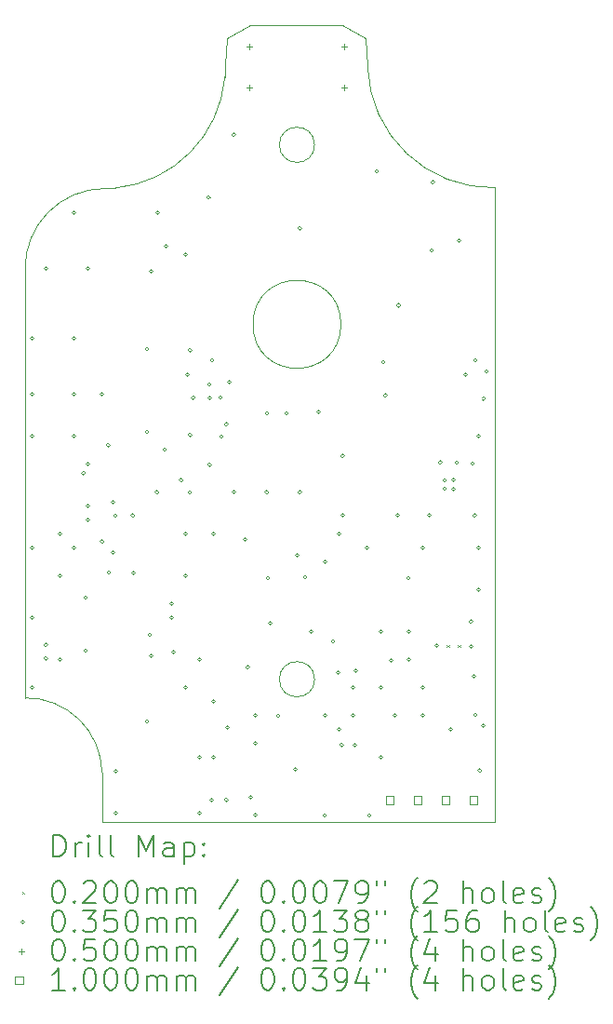
<source format=gbr>
%TF.GenerationSoftware,KiCad,Pcbnew,8.0.1*%
%TF.CreationDate,2024-04-04T12:49:57+03:00*%
%TF.ProjectId,TWV,5457562e-6b69-4636-9164-5f7063625858,V-0.96*%
%TF.SameCoordinates,Original*%
%TF.FileFunction,Drillmap*%
%TF.FilePolarity,Positive*%
%FSLAX45Y45*%
G04 Gerber Fmt 4.5, Leading zero omitted, Abs format (unit mm)*
G04 Created by KiCad (PCBNEW 8.0.1) date 2024-04-04 12:49:57*
%MOMM*%
%LPD*%
G01*
G04 APERTURE LIST*
%ADD10C,0.100000*%
%ADD11C,0.200000*%
G04 APERTURE END LIST*
D10*
X4421000Y-8339694D02*
G75*
G02*
X5120996Y-9019694I10000J-689996D01*
G01*
X6262219Y-2340234D02*
X6243500Y-2587194D01*
X8701000Y-8812783D02*
X8701000Y-9469694D01*
X7308500Y-2219694D02*
X6471000Y-2219694D01*
X6243500Y-2587194D02*
X6239299Y-2693094D01*
X4421000Y-4439694D02*
X4421000Y-8339694D01*
X7538500Y-2597194D02*
X7518118Y-2340717D01*
X6239299Y-2693094D02*
G75*
G02*
X5239400Y-3702994I-1101726J90867D01*
G01*
X7056000Y-8170494D02*
G75*
G02*
X6736000Y-8170494I-160000J0D01*
G01*
X6736000Y-8170494D02*
G75*
G02*
X7056000Y-8170494I160000J0D01*
G01*
X6471000Y-2219694D02*
X6262219Y-2340234D01*
X8701000Y-8812783D02*
X8701000Y-7239694D01*
X8701000Y-3700170D02*
G75*
G02*
X7538496Y-2597195I-24650J1138130D01*
G01*
X8701000Y-7239694D02*
X8701000Y-5619694D01*
X4421000Y-4439694D02*
G75*
G02*
X5143500Y-3707194I727500J5000D01*
G01*
X8701000Y-5619694D02*
X8701000Y-3700170D01*
X5121000Y-9469694D02*
X8671000Y-9469694D01*
X5239400Y-3702994D02*
X5143500Y-3707194D01*
X7518118Y-2340717D02*
X7308500Y-2219694D01*
X7296000Y-4942694D02*
G75*
G02*
X6496000Y-4942694I-400000J0D01*
G01*
X6496000Y-4942694D02*
G75*
G02*
X7296000Y-4942694I400000J0D01*
G01*
X5121000Y-9019694D02*
X5121000Y-9469694D01*
X8701000Y-9469694D02*
X8671000Y-9469694D01*
X7056000Y-3309694D02*
G75*
G02*
X6736000Y-3309694I-160000J0D01*
G01*
X6736000Y-3309694D02*
G75*
G02*
X7056000Y-3309694I160000J0D01*
G01*
D11*
D10*
X8260890Y-7859334D02*
X8280890Y-7879334D01*
X8280890Y-7859334D02*
X8260890Y-7879334D01*
X8360890Y-7859334D02*
X8380890Y-7879334D01*
X8380890Y-7859334D02*
X8360890Y-7879334D01*
X4500500Y-5069694D02*
G75*
G02*
X4465500Y-5069694I-17500J0D01*
G01*
X4465500Y-5069694D02*
G75*
G02*
X4500500Y-5069694I17500J0D01*
G01*
X4500500Y-5577694D02*
G75*
G02*
X4465500Y-5577694I-17500J0D01*
G01*
X4465500Y-5577694D02*
G75*
G02*
X4500500Y-5577694I17500J0D01*
G01*
X4500500Y-5958694D02*
G75*
G02*
X4465500Y-5958694I-17500J0D01*
G01*
X4465500Y-5958694D02*
G75*
G02*
X4500500Y-5958694I17500J0D01*
G01*
X4500500Y-6974694D02*
G75*
G02*
X4465500Y-6974694I-17500J0D01*
G01*
X4465500Y-6974694D02*
G75*
G02*
X4500500Y-6974694I17500J0D01*
G01*
X4500500Y-7609694D02*
G75*
G02*
X4465500Y-7609694I-17500J0D01*
G01*
X4465500Y-7609694D02*
G75*
G02*
X4500500Y-7609694I17500J0D01*
G01*
X4500500Y-8244694D02*
G75*
G02*
X4465500Y-8244694I-17500J0D01*
G01*
X4465500Y-8244694D02*
G75*
G02*
X4500500Y-8244694I17500J0D01*
G01*
X4627500Y-4434694D02*
G75*
G02*
X4592500Y-4434694I-17500J0D01*
G01*
X4592500Y-4434694D02*
G75*
G02*
X4627500Y-4434694I17500J0D01*
G01*
X4628390Y-7859334D02*
G75*
G02*
X4593390Y-7859334I-17500J0D01*
G01*
X4593390Y-7859334D02*
G75*
G02*
X4628390Y-7859334I17500J0D01*
G01*
X4628390Y-7979334D02*
G75*
G02*
X4593390Y-7979334I-17500J0D01*
G01*
X4593390Y-7979334D02*
G75*
G02*
X4628390Y-7979334I17500J0D01*
G01*
X4754500Y-6847694D02*
G75*
G02*
X4719500Y-6847694I-17500J0D01*
G01*
X4719500Y-6847694D02*
G75*
G02*
X4754500Y-6847694I17500J0D01*
G01*
X4754500Y-7228694D02*
G75*
G02*
X4719500Y-7228694I-17500J0D01*
G01*
X4719500Y-7228694D02*
G75*
G02*
X4754500Y-7228694I17500J0D01*
G01*
X4754500Y-7990694D02*
G75*
G02*
X4719500Y-7990694I-17500J0D01*
G01*
X4719500Y-7990694D02*
G75*
G02*
X4754500Y-7990694I17500J0D01*
G01*
X4881500Y-3926694D02*
G75*
G02*
X4846500Y-3926694I-17500J0D01*
G01*
X4846500Y-3926694D02*
G75*
G02*
X4881500Y-3926694I17500J0D01*
G01*
X4881500Y-5069694D02*
G75*
G02*
X4846500Y-5069694I-17500J0D01*
G01*
X4846500Y-5069694D02*
G75*
G02*
X4881500Y-5069694I17500J0D01*
G01*
X4881500Y-5577694D02*
G75*
G02*
X4846500Y-5577694I-17500J0D01*
G01*
X4846500Y-5577694D02*
G75*
G02*
X4881500Y-5577694I17500J0D01*
G01*
X4881500Y-5958694D02*
G75*
G02*
X4846500Y-5958694I-17500J0D01*
G01*
X4846500Y-5958694D02*
G75*
G02*
X4881500Y-5958694I17500J0D01*
G01*
X4881500Y-6974694D02*
G75*
G02*
X4846500Y-6974694I-17500J0D01*
G01*
X4846500Y-6974694D02*
G75*
G02*
X4881500Y-6974694I17500J0D01*
G01*
X4968763Y-6294293D02*
G75*
G02*
X4933763Y-6294293I-17500J0D01*
G01*
X4933763Y-6294293D02*
G75*
G02*
X4968763Y-6294293I17500J0D01*
G01*
X4988390Y-7429334D02*
G75*
G02*
X4953390Y-7429334I-17500J0D01*
G01*
X4953390Y-7429334D02*
G75*
G02*
X4988390Y-7429334I17500J0D01*
G01*
X4988390Y-7909334D02*
G75*
G02*
X4953390Y-7909334I-17500J0D01*
G01*
X4953390Y-7909334D02*
G75*
G02*
X4988390Y-7909334I17500J0D01*
G01*
X5008500Y-4434694D02*
G75*
G02*
X4973500Y-4434694I-17500J0D01*
G01*
X4973500Y-4434694D02*
G75*
G02*
X5008500Y-4434694I17500J0D01*
G01*
X5008500Y-6212694D02*
G75*
G02*
X4973500Y-6212694I-17500J0D01*
G01*
X4973500Y-6212694D02*
G75*
G02*
X5008500Y-6212694I17500J0D01*
G01*
X5008500Y-6593694D02*
G75*
G02*
X4973500Y-6593694I-17500J0D01*
G01*
X4973500Y-6593694D02*
G75*
G02*
X5008500Y-6593694I17500J0D01*
G01*
X5008500Y-6720694D02*
G75*
G02*
X4973500Y-6720694I-17500J0D01*
G01*
X4973500Y-6720694D02*
G75*
G02*
X5008500Y-6720694I17500J0D01*
G01*
X5135500Y-5577694D02*
G75*
G02*
X5100500Y-5577694I-17500J0D01*
G01*
X5100500Y-5577694D02*
G75*
G02*
X5135500Y-5577694I17500J0D01*
G01*
X5138500Y-6919694D02*
G75*
G02*
X5103500Y-6919694I-17500J0D01*
G01*
X5103500Y-6919694D02*
G75*
G02*
X5138500Y-6919694I17500J0D01*
G01*
X5193522Y-6043051D02*
G75*
G02*
X5158522Y-6043051I-17500J0D01*
G01*
X5158522Y-6043051D02*
G75*
G02*
X5193522Y-6043051I17500J0D01*
G01*
X5199250Y-7198944D02*
G75*
G02*
X5164250Y-7198944I-17500J0D01*
G01*
X5164250Y-7198944D02*
G75*
G02*
X5199250Y-7198944I17500J0D01*
G01*
X5238500Y-7015584D02*
G75*
G02*
X5203500Y-7015584I-17500J0D01*
G01*
X5203500Y-7015584D02*
G75*
G02*
X5238500Y-7015584I17500J0D01*
G01*
X5238500Y-6559694D02*
G75*
G02*
X5203500Y-6559694I-17500J0D01*
G01*
X5203500Y-6559694D02*
G75*
G02*
X5238500Y-6559694I17500J0D01*
G01*
X5259663Y-6685888D02*
G75*
G02*
X5224663Y-6685888I-17500J0D01*
G01*
X5224663Y-6685888D02*
G75*
G02*
X5259663Y-6685888I17500J0D01*
G01*
X5262500Y-9006694D02*
G75*
G02*
X5227500Y-9006694I-17500J0D01*
G01*
X5227500Y-9006694D02*
G75*
G02*
X5262500Y-9006694I17500J0D01*
G01*
X5262500Y-9387694D02*
G75*
G02*
X5227500Y-9387694I-17500J0D01*
G01*
X5227500Y-9387694D02*
G75*
G02*
X5262500Y-9387694I17500J0D01*
G01*
X5418521Y-6681633D02*
G75*
G02*
X5383521Y-6681633I-17500J0D01*
G01*
X5383521Y-6681633D02*
G75*
G02*
X5418521Y-6681633I17500J0D01*
G01*
X5428279Y-7203593D02*
G75*
G02*
X5393279Y-7203593I-17500J0D01*
G01*
X5393279Y-7203593D02*
G75*
G02*
X5428279Y-7203593I17500J0D01*
G01*
X5545147Y-8554832D02*
G75*
G02*
X5510147Y-8554832I-17500J0D01*
G01*
X5510147Y-8554832D02*
G75*
G02*
X5545147Y-8554832I17500J0D01*
G01*
X5548500Y-5169694D02*
G75*
G02*
X5513500Y-5169694I-17500J0D01*
G01*
X5513500Y-5169694D02*
G75*
G02*
X5548500Y-5169694I17500J0D01*
G01*
X5548500Y-5919694D02*
G75*
G02*
X5513500Y-5919694I-17500J0D01*
G01*
X5513500Y-5919694D02*
G75*
G02*
X5548500Y-5919694I17500J0D01*
G01*
X5573346Y-7765938D02*
G75*
G02*
X5538346Y-7765938I-17500J0D01*
G01*
X5538346Y-7765938D02*
G75*
G02*
X5573346Y-7765938I17500J0D01*
G01*
X5588183Y-7957307D02*
G75*
G02*
X5553183Y-7957307I-17500J0D01*
G01*
X5553183Y-7957307D02*
G75*
G02*
X5588183Y-7957307I17500J0D01*
G01*
X5588500Y-4459694D02*
G75*
G02*
X5553500Y-4459694I-17500J0D01*
G01*
X5553500Y-4459694D02*
G75*
G02*
X5588500Y-4459694I17500J0D01*
G01*
X5638500Y-6469694D02*
G75*
G02*
X5603500Y-6469694I-17500J0D01*
G01*
X5603500Y-6469694D02*
G75*
G02*
X5638500Y-6469694I17500J0D01*
G01*
X5643500Y-3926694D02*
G75*
G02*
X5608500Y-3926694I-17500J0D01*
G01*
X5608500Y-3926694D02*
G75*
G02*
X5643500Y-3926694I17500J0D01*
G01*
X5708500Y-6079694D02*
G75*
G02*
X5673500Y-6079694I-17500J0D01*
G01*
X5673500Y-6079694D02*
G75*
G02*
X5708500Y-6079694I17500J0D01*
G01*
X5722880Y-4232258D02*
G75*
G02*
X5687880Y-4232258I-17500J0D01*
G01*
X5687880Y-4232258D02*
G75*
G02*
X5722880Y-4232258I17500J0D01*
G01*
X5770500Y-7482694D02*
G75*
G02*
X5735500Y-7482694I-17500J0D01*
G01*
X5735500Y-7482694D02*
G75*
G02*
X5770500Y-7482694I17500J0D01*
G01*
X5770500Y-7609694D02*
G75*
G02*
X5735500Y-7609694I-17500J0D01*
G01*
X5735500Y-7609694D02*
G75*
G02*
X5770500Y-7609694I17500J0D01*
G01*
X5788174Y-7925393D02*
G75*
G02*
X5753174Y-7925393I-17500J0D01*
G01*
X5753174Y-7925393D02*
G75*
G02*
X5788174Y-7925393I17500J0D01*
G01*
X5858500Y-6359694D02*
G75*
G02*
X5823500Y-6359694I-17500J0D01*
G01*
X5823500Y-6359694D02*
G75*
G02*
X5858500Y-6359694I17500J0D01*
G01*
X5897500Y-4307694D02*
G75*
G02*
X5862500Y-4307694I-17500J0D01*
G01*
X5862500Y-4307694D02*
G75*
G02*
X5897500Y-4307694I17500J0D01*
G01*
X5897500Y-6847694D02*
G75*
G02*
X5862500Y-6847694I-17500J0D01*
G01*
X5862500Y-6847694D02*
G75*
G02*
X5897500Y-6847694I17500J0D01*
G01*
X5897500Y-7228694D02*
G75*
G02*
X5862500Y-7228694I-17500J0D01*
G01*
X5862500Y-7228694D02*
G75*
G02*
X5897500Y-7228694I17500J0D01*
G01*
X5897500Y-8244694D02*
G75*
G02*
X5862500Y-8244694I-17500J0D01*
G01*
X5862500Y-8244694D02*
G75*
G02*
X5897500Y-8244694I17500J0D01*
G01*
X5918500Y-5399694D02*
G75*
G02*
X5883500Y-5399694I-17500J0D01*
G01*
X5883500Y-5399694D02*
G75*
G02*
X5918500Y-5399694I17500J0D01*
G01*
X5938500Y-5179694D02*
G75*
G02*
X5903500Y-5179694I-17500J0D01*
G01*
X5903500Y-5179694D02*
G75*
G02*
X5938500Y-5179694I17500J0D01*
G01*
X5938500Y-5949694D02*
G75*
G02*
X5903500Y-5949694I-17500J0D01*
G01*
X5903500Y-5949694D02*
G75*
G02*
X5938500Y-5949694I17500J0D01*
G01*
X5938500Y-6469694D02*
G75*
G02*
X5903500Y-6469694I-17500J0D01*
G01*
X5903500Y-6469694D02*
G75*
G02*
X5938500Y-6469694I17500J0D01*
G01*
X5968500Y-5609694D02*
G75*
G02*
X5933500Y-5609694I-17500J0D01*
G01*
X5933500Y-5609694D02*
G75*
G02*
X5968500Y-5609694I17500J0D01*
G01*
X6024500Y-7990694D02*
G75*
G02*
X5989500Y-7990694I-17500J0D01*
G01*
X5989500Y-7990694D02*
G75*
G02*
X6024500Y-7990694I17500J0D01*
G01*
X6024500Y-8879694D02*
G75*
G02*
X5989500Y-8879694I-17500J0D01*
G01*
X5989500Y-8879694D02*
G75*
G02*
X6024500Y-8879694I17500J0D01*
G01*
X6024500Y-9387694D02*
G75*
G02*
X5989500Y-9387694I-17500J0D01*
G01*
X5989500Y-9387694D02*
G75*
G02*
X6024500Y-9387694I17500J0D01*
G01*
X6108500Y-3789694D02*
G75*
G02*
X6073500Y-3789694I-17500J0D01*
G01*
X6073500Y-3789694D02*
G75*
G02*
X6108500Y-3789694I17500J0D01*
G01*
X6117030Y-6219694D02*
G75*
G02*
X6082030Y-6219694I-17500J0D01*
G01*
X6082030Y-6219694D02*
G75*
G02*
X6117030Y-6219694I17500J0D01*
G01*
X6118500Y-5489694D02*
G75*
G02*
X6083500Y-5489694I-17500J0D01*
G01*
X6083500Y-5489694D02*
G75*
G02*
X6118500Y-5489694I17500J0D01*
G01*
X6118500Y-5609694D02*
G75*
G02*
X6083500Y-5609694I-17500J0D01*
G01*
X6083500Y-5609694D02*
G75*
G02*
X6118500Y-5609694I17500J0D01*
G01*
X6138390Y-9269334D02*
G75*
G02*
X6103390Y-9269334I-17500J0D01*
G01*
X6103390Y-9269334D02*
G75*
G02*
X6138390Y-9269334I17500J0D01*
G01*
X6138500Y-5269694D02*
G75*
G02*
X6103500Y-5269694I-17500J0D01*
G01*
X6103500Y-5269694D02*
G75*
G02*
X6138500Y-5269694I17500J0D01*
G01*
X6151500Y-6847694D02*
G75*
G02*
X6116500Y-6847694I-17500J0D01*
G01*
X6116500Y-6847694D02*
G75*
G02*
X6151500Y-6847694I17500J0D01*
G01*
X6151500Y-8371694D02*
G75*
G02*
X6116500Y-8371694I-17500J0D01*
G01*
X6116500Y-8371694D02*
G75*
G02*
X6151500Y-8371694I17500J0D01*
G01*
X6151500Y-8879694D02*
G75*
G02*
X6116500Y-8879694I-17500J0D01*
G01*
X6116500Y-8879694D02*
G75*
G02*
X6151500Y-8879694I17500J0D01*
G01*
X6218500Y-5609694D02*
G75*
G02*
X6183500Y-5609694I-17500J0D01*
G01*
X6183500Y-5609694D02*
G75*
G02*
X6218500Y-5609694I17500J0D01*
G01*
X6226243Y-5964196D02*
G75*
G02*
X6191243Y-5964196I-17500J0D01*
G01*
X6191243Y-5964196D02*
G75*
G02*
X6226243Y-5964196I17500J0D01*
G01*
X6268390Y-9269334D02*
G75*
G02*
X6233390Y-9269334I-17500J0D01*
G01*
X6233390Y-9269334D02*
G75*
G02*
X6268390Y-9269334I17500J0D01*
G01*
X6268500Y-5849694D02*
G75*
G02*
X6233500Y-5849694I-17500J0D01*
G01*
X6233500Y-5849694D02*
G75*
G02*
X6268500Y-5849694I17500J0D01*
G01*
X6278500Y-8609694D02*
G75*
G02*
X6243500Y-8609694I-17500J0D01*
G01*
X6243500Y-8609694D02*
G75*
G02*
X6278500Y-8609694I17500J0D01*
G01*
X6298500Y-5469694D02*
G75*
G02*
X6263500Y-5469694I-17500J0D01*
G01*
X6263500Y-5469694D02*
G75*
G02*
X6298500Y-5469694I17500J0D01*
G01*
X6338500Y-6469694D02*
G75*
G02*
X6303500Y-6469694I-17500J0D01*
G01*
X6303500Y-6469694D02*
G75*
G02*
X6338500Y-6469694I17500J0D01*
G01*
X6338500Y-3219694D02*
G75*
G02*
X6303500Y-3219694I-17500J0D01*
G01*
X6303500Y-3219694D02*
G75*
G02*
X6338500Y-3219694I17500J0D01*
G01*
X6438390Y-6899334D02*
G75*
G02*
X6403390Y-6899334I-17500J0D01*
G01*
X6403390Y-6899334D02*
G75*
G02*
X6438390Y-6899334I17500J0D01*
G01*
X6464250Y-8061238D02*
G75*
G02*
X6429250Y-8061238I-17500J0D01*
G01*
X6429250Y-8061238D02*
G75*
G02*
X6464250Y-8061238I17500J0D01*
G01*
X6493500Y-9242694D02*
G75*
G02*
X6458500Y-9242694I-17500J0D01*
G01*
X6458500Y-9242694D02*
G75*
G02*
X6493500Y-9242694I17500J0D01*
G01*
X6532500Y-8498694D02*
G75*
G02*
X6497500Y-8498694I-17500J0D01*
G01*
X6497500Y-8498694D02*
G75*
G02*
X6532500Y-8498694I17500J0D01*
G01*
X6532500Y-8752694D02*
G75*
G02*
X6497500Y-8752694I-17500J0D01*
G01*
X6497500Y-8752694D02*
G75*
G02*
X6532500Y-8752694I17500J0D01*
G01*
X6537632Y-9405252D02*
G75*
G02*
X6502632Y-9405252I-17500J0D01*
G01*
X6502632Y-9405252D02*
G75*
G02*
X6537632Y-9405252I17500J0D01*
G01*
X6638500Y-6469694D02*
G75*
G02*
X6603500Y-6469694I-17500J0D01*
G01*
X6603500Y-6469694D02*
G75*
G02*
X6638500Y-6469694I17500J0D01*
G01*
X6639548Y-5753125D02*
G75*
G02*
X6604548Y-5753125I-17500J0D01*
G01*
X6604548Y-5753125D02*
G75*
G02*
X6639548Y-5753125I17500J0D01*
G01*
X6647276Y-7249205D02*
G75*
G02*
X6612276Y-7249205I-17500J0D01*
G01*
X6612276Y-7249205D02*
G75*
G02*
X6647276Y-7249205I17500J0D01*
G01*
X6668390Y-7659334D02*
G75*
G02*
X6633390Y-7659334I-17500J0D01*
G01*
X6633390Y-7659334D02*
G75*
G02*
X6668390Y-7659334I17500J0D01*
G01*
X6741112Y-8501508D02*
G75*
G02*
X6706112Y-8501508I-17500J0D01*
G01*
X6706112Y-8501508D02*
G75*
G02*
X6741112Y-8501508I17500J0D01*
G01*
X6816135Y-5750998D02*
G75*
G02*
X6781135Y-5750998I-17500J0D01*
G01*
X6781135Y-5750998D02*
G75*
G02*
X6816135Y-5750998I17500J0D01*
G01*
X6898500Y-8989694D02*
G75*
G02*
X6863500Y-8989694I-17500J0D01*
G01*
X6863500Y-8989694D02*
G75*
G02*
X6898500Y-8989694I17500J0D01*
G01*
X6915627Y-7044250D02*
G75*
G02*
X6880627Y-7044250I-17500J0D01*
G01*
X6880627Y-7044250D02*
G75*
G02*
X6915627Y-7044250I17500J0D01*
G01*
X6938500Y-4069694D02*
G75*
G02*
X6903500Y-4069694I-17500J0D01*
G01*
X6903500Y-4069694D02*
G75*
G02*
X6938500Y-4069694I17500J0D01*
G01*
X6938500Y-6469694D02*
G75*
G02*
X6903500Y-6469694I-17500J0D01*
G01*
X6903500Y-6469694D02*
G75*
G02*
X6938500Y-6469694I17500J0D01*
G01*
X6988390Y-7244334D02*
G75*
G02*
X6953390Y-7244334I-17500J0D01*
G01*
X6953390Y-7244334D02*
G75*
G02*
X6988390Y-7244334I17500J0D01*
G01*
X7040500Y-7736694D02*
G75*
G02*
X7005500Y-7736694I-17500J0D01*
G01*
X7005500Y-7736694D02*
G75*
G02*
X7040500Y-7736694I17500J0D01*
G01*
X7107610Y-5740360D02*
G75*
G02*
X7072610Y-5740360I-17500J0D01*
G01*
X7072610Y-5740360D02*
G75*
G02*
X7107610Y-5740360I17500J0D01*
G01*
X7167500Y-7101694D02*
G75*
G02*
X7132500Y-7101694I-17500J0D01*
G01*
X7132500Y-7101694D02*
G75*
G02*
X7167500Y-7101694I17500J0D01*
G01*
X7167500Y-8498694D02*
G75*
G02*
X7132500Y-8498694I-17500J0D01*
G01*
X7132500Y-8498694D02*
G75*
G02*
X7167500Y-8498694I17500J0D01*
G01*
X7168500Y-9409694D02*
G75*
G02*
X7133500Y-9409694I-17500J0D01*
G01*
X7133500Y-9409694D02*
G75*
G02*
X7168500Y-9409694I17500J0D01*
G01*
X7243500Y-7825194D02*
G75*
G02*
X7208500Y-7825194I-17500J0D01*
G01*
X7208500Y-7825194D02*
G75*
G02*
X7243500Y-7825194I17500J0D01*
G01*
X7288500Y-8112694D02*
G75*
G02*
X7253500Y-8112694I-17500J0D01*
G01*
X7253500Y-8112694D02*
G75*
G02*
X7288500Y-8112694I17500J0D01*
G01*
X7294500Y-6847694D02*
G75*
G02*
X7259500Y-6847694I-17500J0D01*
G01*
X7259500Y-6847694D02*
G75*
G02*
X7294500Y-6847694I17500J0D01*
G01*
X7294500Y-8625694D02*
G75*
G02*
X7259500Y-8625694I-17500J0D01*
G01*
X7259500Y-8625694D02*
G75*
G02*
X7294500Y-8625694I17500J0D01*
G01*
X7318390Y-8769334D02*
G75*
G02*
X7283390Y-8769334I-17500J0D01*
G01*
X7283390Y-8769334D02*
G75*
G02*
X7318390Y-8769334I17500J0D01*
G01*
X7328500Y-6139694D02*
G75*
G02*
X7293500Y-6139694I-17500J0D01*
G01*
X7293500Y-6139694D02*
G75*
G02*
X7328500Y-6139694I17500J0D01*
G01*
X7328500Y-6679694D02*
G75*
G02*
X7293500Y-6679694I-17500J0D01*
G01*
X7293500Y-6679694D02*
G75*
G02*
X7328500Y-6679694I17500J0D01*
G01*
X7421500Y-8244694D02*
G75*
G02*
X7386500Y-8244694I-17500J0D01*
G01*
X7386500Y-8244694D02*
G75*
G02*
X7421500Y-8244694I17500J0D01*
G01*
X7421500Y-8498694D02*
G75*
G02*
X7386500Y-8498694I-17500J0D01*
G01*
X7386500Y-8498694D02*
G75*
G02*
X7421500Y-8498694I17500J0D01*
G01*
X7438390Y-8769334D02*
G75*
G02*
X7403390Y-8769334I-17500J0D01*
G01*
X7403390Y-8769334D02*
G75*
G02*
X7438390Y-8769334I17500J0D01*
G01*
X7448500Y-8089694D02*
G75*
G02*
X7413500Y-8089694I-17500J0D01*
G01*
X7413500Y-8089694D02*
G75*
G02*
X7448500Y-8089694I17500J0D01*
G01*
X7548500Y-6974694D02*
G75*
G02*
X7513500Y-6974694I-17500J0D01*
G01*
X7513500Y-6974694D02*
G75*
G02*
X7548500Y-6974694I17500J0D01*
G01*
X7568500Y-9409694D02*
G75*
G02*
X7533500Y-9409694I-17500J0D01*
G01*
X7533500Y-9409694D02*
G75*
G02*
X7568500Y-9409694I17500J0D01*
G01*
X7638500Y-3549694D02*
G75*
G02*
X7603500Y-3549694I-17500J0D01*
G01*
X7603500Y-3549694D02*
G75*
G02*
X7638500Y-3549694I17500J0D01*
G01*
X7675500Y-7736694D02*
G75*
G02*
X7640500Y-7736694I-17500J0D01*
G01*
X7640500Y-7736694D02*
G75*
G02*
X7675500Y-7736694I17500J0D01*
G01*
X7675500Y-8244694D02*
G75*
G02*
X7640500Y-8244694I-17500J0D01*
G01*
X7640500Y-8244694D02*
G75*
G02*
X7675500Y-8244694I17500J0D01*
G01*
X7675500Y-8879694D02*
G75*
G02*
X7640500Y-8879694I-17500J0D01*
G01*
X7640500Y-8879694D02*
G75*
G02*
X7675500Y-8879694I17500J0D01*
G01*
X7698500Y-5289694D02*
G75*
G02*
X7663500Y-5289694I-17500J0D01*
G01*
X7663500Y-5289694D02*
G75*
G02*
X7698500Y-5289694I17500J0D01*
G01*
X7718500Y-5589694D02*
G75*
G02*
X7683500Y-5589694I-17500J0D01*
G01*
X7683500Y-5589694D02*
G75*
G02*
X7718500Y-5589694I17500J0D01*
G01*
X7768500Y-7999694D02*
G75*
G02*
X7733500Y-7999694I-17500J0D01*
G01*
X7733500Y-7999694D02*
G75*
G02*
X7768500Y-7999694I17500J0D01*
G01*
X7802500Y-8498694D02*
G75*
G02*
X7767500Y-8498694I-17500J0D01*
G01*
X7767500Y-8498694D02*
G75*
G02*
X7802500Y-8498694I17500J0D01*
G01*
X7828500Y-6679694D02*
G75*
G02*
X7793500Y-6679694I-17500J0D01*
G01*
X7793500Y-6679694D02*
G75*
G02*
X7828500Y-6679694I17500J0D01*
G01*
X7838500Y-4769694D02*
G75*
G02*
X7803500Y-4769694I-17500J0D01*
G01*
X7803500Y-4769694D02*
G75*
G02*
X7838500Y-4769694I17500J0D01*
G01*
X7928500Y-7249694D02*
G75*
G02*
X7893500Y-7249694I-17500J0D01*
G01*
X7893500Y-7249694D02*
G75*
G02*
X7928500Y-7249694I17500J0D01*
G01*
X7929500Y-7736694D02*
G75*
G02*
X7894500Y-7736694I-17500J0D01*
G01*
X7894500Y-7736694D02*
G75*
G02*
X7929500Y-7736694I17500J0D01*
G01*
X7929500Y-7990694D02*
G75*
G02*
X7894500Y-7990694I-17500J0D01*
G01*
X7894500Y-7990694D02*
G75*
G02*
X7929500Y-7990694I17500J0D01*
G01*
X8056500Y-6974694D02*
G75*
G02*
X8021500Y-6974694I-17500J0D01*
G01*
X8021500Y-6974694D02*
G75*
G02*
X8056500Y-6974694I17500J0D01*
G01*
X8056500Y-8244694D02*
G75*
G02*
X8021500Y-8244694I-17500J0D01*
G01*
X8021500Y-8244694D02*
G75*
G02*
X8056500Y-8244694I17500J0D01*
G01*
X8056500Y-8498694D02*
G75*
G02*
X8021500Y-8498694I-17500J0D01*
G01*
X8021500Y-8498694D02*
G75*
G02*
X8056500Y-8498694I17500J0D01*
G01*
X8118500Y-6679694D02*
G75*
G02*
X8083500Y-6679694I-17500J0D01*
G01*
X8083500Y-6679694D02*
G75*
G02*
X8118500Y-6679694I17500J0D01*
G01*
X8138500Y-4269694D02*
G75*
G02*
X8103500Y-4269694I-17500J0D01*
G01*
X8103500Y-4269694D02*
G75*
G02*
X8138500Y-4269694I17500J0D01*
G01*
X8148500Y-3649694D02*
G75*
G02*
X8113500Y-3649694I-17500J0D01*
G01*
X8113500Y-3649694D02*
G75*
G02*
X8148500Y-3649694I17500J0D01*
G01*
X8183500Y-7863694D02*
G75*
G02*
X8148500Y-7863694I-17500J0D01*
G01*
X8148500Y-7863694D02*
G75*
G02*
X8183500Y-7863694I17500J0D01*
G01*
X8218500Y-6199694D02*
G75*
G02*
X8183500Y-6199694I-17500J0D01*
G01*
X8183500Y-6199694D02*
G75*
G02*
X8218500Y-6199694I17500J0D01*
G01*
X8258500Y-6359694D02*
G75*
G02*
X8223500Y-6359694I-17500J0D01*
G01*
X8223500Y-6359694D02*
G75*
G02*
X8258500Y-6359694I17500J0D01*
G01*
X8258500Y-6439694D02*
G75*
G02*
X8223500Y-6439694I-17500J0D01*
G01*
X8223500Y-6439694D02*
G75*
G02*
X8258500Y-6439694I17500J0D01*
G01*
X8310500Y-8625694D02*
G75*
G02*
X8275500Y-8625694I-17500J0D01*
G01*
X8275500Y-8625694D02*
G75*
G02*
X8310500Y-8625694I17500J0D01*
G01*
X8338500Y-6359694D02*
G75*
G02*
X8303500Y-6359694I-17500J0D01*
G01*
X8303500Y-6359694D02*
G75*
G02*
X8338500Y-6359694I17500J0D01*
G01*
X8338500Y-6439694D02*
G75*
G02*
X8303500Y-6439694I-17500J0D01*
G01*
X8303500Y-6439694D02*
G75*
G02*
X8338500Y-6439694I17500J0D01*
G01*
X8368500Y-6199694D02*
G75*
G02*
X8333500Y-6199694I-17500J0D01*
G01*
X8333500Y-6199694D02*
G75*
G02*
X8368500Y-6199694I17500J0D01*
G01*
X8387500Y-4180694D02*
G75*
G02*
X8352500Y-4180694I-17500J0D01*
G01*
X8352500Y-4180694D02*
G75*
G02*
X8387500Y-4180694I17500J0D01*
G01*
X8448500Y-5399694D02*
G75*
G02*
X8413500Y-5399694I-17500J0D01*
G01*
X8413500Y-5399694D02*
G75*
G02*
X8448500Y-5399694I17500J0D01*
G01*
X8495262Y-7645377D02*
G75*
G02*
X8460262Y-7645377I-17500J0D01*
G01*
X8460262Y-7645377D02*
G75*
G02*
X8495262Y-7645377I17500J0D01*
G01*
X8498500Y-7869694D02*
G75*
G02*
X8463500Y-7869694I-17500J0D01*
G01*
X8463500Y-7869694D02*
G75*
G02*
X8498500Y-7869694I17500J0D01*
G01*
X8508500Y-6209694D02*
G75*
G02*
X8473500Y-6209694I-17500J0D01*
G01*
X8473500Y-6209694D02*
G75*
G02*
X8508500Y-6209694I17500J0D01*
G01*
X8525270Y-8146154D02*
G75*
G02*
X8490270Y-8146154I-17500J0D01*
G01*
X8490270Y-8146154D02*
G75*
G02*
X8525270Y-8146154I17500J0D01*
G01*
X8528500Y-6679694D02*
G75*
G02*
X8493500Y-6679694I-17500J0D01*
G01*
X8493500Y-6679694D02*
G75*
G02*
X8528500Y-6679694I17500J0D01*
G01*
X8538390Y-8494334D02*
G75*
G02*
X8503390Y-8494334I-17500J0D01*
G01*
X8503390Y-8494334D02*
G75*
G02*
X8538390Y-8494334I17500J0D01*
G01*
X8538500Y-5269694D02*
G75*
G02*
X8503500Y-5269694I-17500J0D01*
G01*
X8503500Y-5269694D02*
G75*
G02*
X8538500Y-5269694I17500J0D01*
G01*
X8564500Y-5958694D02*
G75*
G02*
X8529500Y-5958694I-17500J0D01*
G01*
X8529500Y-5958694D02*
G75*
G02*
X8564500Y-5958694I17500J0D01*
G01*
X8564500Y-6974694D02*
G75*
G02*
X8529500Y-6974694I-17500J0D01*
G01*
X8529500Y-6974694D02*
G75*
G02*
X8564500Y-6974694I17500J0D01*
G01*
X8564500Y-7355694D02*
G75*
G02*
X8529500Y-7355694I-17500J0D01*
G01*
X8529500Y-7355694D02*
G75*
G02*
X8564500Y-7355694I17500J0D01*
G01*
X8578500Y-8999694D02*
G75*
G02*
X8543500Y-8999694I-17500J0D01*
G01*
X8543500Y-8999694D02*
G75*
G02*
X8578500Y-8999694I17500J0D01*
G01*
X8608500Y-8589694D02*
G75*
G02*
X8573500Y-8589694I-17500J0D01*
G01*
X8573500Y-8589694D02*
G75*
G02*
X8608500Y-8589694I17500J0D01*
G01*
X8610453Y-5617741D02*
G75*
G02*
X8575453Y-5617741I-17500J0D01*
G01*
X8575453Y-5617741D02*
G75*
G02*
X8610453Y-5617741I17500J0D01*
G01*
X8638500Y-5369694D02*
G75*
G02*
X8603500Y-5369694I-17500J0D01*
G01*
X8603500Y-5369694D02*
G75*
G02*
X8638500Y-5369694I17500J0D01*
G01*
X6459000Y-2389694D02*
X6459000Y-2439694D01*
X6434000Y-2414694D02*
X6484000Y-2414694D01*
X6459000Y-2764694D02*
X6459000Y-2814694D01*
X6434000Y-2789694D02*
X6484000Y-2789694D01*
X7323000Y-2389694D02*
X7323000Y-2439694D01*
X7298000Y-2414694D02*
X7348000Y-2414694D01*
X7323000Y-2764694D02*
X7323000Y-2814694D01*
X7298000Y-2789694D02*
X7348000Y-2789694D01*
X7775246Y-9304690D02*
X7775246Y-9233979D01*
X7704534Y-9233979D01*
X7704534Y-9304690D01*
X7775246Y-9304690D01*
X8029246Y-9304690D02*
X8029246Y-9233979D01*
X7958534Y-9233979D01*
X7958534Y-9304690D01*
X8029246Y-9304690D01*
X8283246Y-9304690D02*
X8283246Y-9233979D01*
X8212534Y-9233979D01*
X8212534Y-9304690D01*
X8283246Y-9304690D01*
X8537246Y-9304690D02*
X8537246Y-9233979D01*
X8466534Y-9233979D01*
X8466534Y-9304690D01*
X8537246Y-9304690D01*
D11*
X4676760Y-9786178D02*
X4676760Y-9586178D01*
X4676760Y-9586178D02*
X4724379Y-9586178D01*
X4724379Y-9586178D02*
X4752950Y-9595702D01*
X4752950Y-9595702D02*
X4771998Y-9614749D01*
X4771998Y-9614749D02*
X4781521Y-9633797D01*
X4781521Y-9633797D02*
X4791045Y-9671892D01*
X4791045Y-9671892D02*
X4791045Y-9700464D01*
X4791045Y-9700464D02*
X4781521Y-9738559D01*
X4781521Y-9738559D02*
X4771998Y-9757607D01*
X4771998Y-9757607D02*
X4752950Y-9776654D01*
X4752950Y-9776654D02*
X4724379Y-9786178D01*
X4724379Y-9786178D02*
X4676760Y-9786178D01*
X4876760Y-9786178D02*
X4876760Y-9652845D01*
X4876760Y-9690940D02*
X4886283Y-9671892D01*
X4886283Y-9671892D02*
X4895807Y-9662368D01*
X4895807Y-9662368D02*
X4914855Y-9652845D01*
X4914855Y-9652845D02*
X4933902Y-9652845D01*
X5000569Y-9786178D02*
X5000569Y-9652845D01*
X5000569Y-9586178D02*
X4991045Y-9595702D01*
X4991045Y-9595702D02*
X5000569Y-9605226D01*
X5000569Y-9605226D02*
X5010093Y-9595702D01*
X5010093Y-9595702D02*
X5000569Y-9586178D01*
X5000569Y-9586178D02*
X5000569Y-9605226D01*
X5124379Y-9786178D02*
X5105331Y-9776654D01*
X5105331Y-9776654D02*
X5095807Y-9757607D01*
X5095807Y-9757607D02*
X5095807Y-9586178D01*
X5229140Y-9786178D02*
X5210093Y-9776654D01*
X5210093Y-9776654D02*
X5200569Y-9757607D01*
X5200569Y-9757607D02*
X5200569Y-9586178D01*
X5457712Y-9786178D02*
X5457712Y-9586178D01*
X5457712Y-9586178D02*
X5524379Y-9729035D01*
X5524379Y-9729035D02*
X5591045Y-9586178D01*
X5591045Y-9586178D02*
X5591045Y-9786178D01*
X5771998Y-9786178D02*
X5771998Y-9681416D01*
X5771998Y-9681416D02*
X5762474Y-9662368D01*
X5762474Y-9662368D02*
X5743426Y-9652845D01*
X5743426Y-9652845D02*
X5705331Y-9652845D01*
X5705331Y-9652845D02*
X5686283Y-9662368D01*
X5771998Y-9776654D02*
X5752950Y-9786178D01*
X5752950Y-9786178D02*
X5705331Y-9786178D01*
X5705331Y-9786178D02*
X5686283Y-9776654D01*
X5686283Y-9776654D02*
X5676759Y-9757607D01*
X5676759Y-9757607D02*
X5676759Y-9738559D01*
X5676759Y-9738559D02*
X5686283Y-9719511D01*
X5686283Y-9719511D02*
X5705331Y-9709988D01*
X5705331Y-9709988D02*
X5752950Y-9709988D01*
X5752950Y-9709988D02*
X5771998Y-9700464D01*
X5867236Y-9652845D02*
X5867236Y-9852845D01*
X5867236Y-9662368D02*
X5886283Y-9652845D01*
X5886283Y-9652845D02*
X5924379Y-9652845D01*
X5924379Y-9652845D02*
X5943426Y-9662368D01*
X5943426Y-9662368D02*
X5952950Y-9671892D01*
X5952950Y-9671892D02*
X5962474Y-9690940D01*
X5962474Y-9690940D02*
X5962474Y-9748083D01*
X5962474Y-9748083D02*
X5952950Y-9767130D01*
X5952950Y-9767130D02*
X5943426Y-9776654D01*
X5943426Y-9776654D02*
X5924379Y-9786178D01*
X5924379Y-9786178D02*
X5886283Y-9786178D01*
X5886283Y-9786178D02*
X5867236Y-9776654D01*
X6048188Y-9767130D02*
X6057712Y-9776654D01*
X6057712Y-9776654D02*
X6048188Y-9786178D01*
X6048188Y-9786178D02*
X6038664Y-9776654D01*
X6038664Y-9776654D02*
X6048188Y-9767130D01*
X6048188Y-9767130D02*
X6048188Y-9786178D01*
X6048188Y-9662368D02*
X6057712Y-9671892D01*
X6057712Y-9671892D02*
X6048188Y-9681416D01*
X6048188Y-9681416D02*
X6038664Y-9671892D01*
X6038664Y-9671892D02*
X6048188Y-9662368D01*
X6048188Y-9662368D02*
X6048188Y-9681416D01*
D10*
X4395983Y-10104694D02*
X4415983Y-10124694D01*
X4415983Y-10104694D02*
X4395983Y-10124694D01*
D11*
X4714855Y-10006178D02*
X4733902Y-10006178D01*
X4733902Y-10006178D02*
X4752950Y-10015702D01*
X4752950Y-10015702D02*
X4762474Y-10025226D01*
X4762474Y-10025226D02*
X4771998Y-10044273D01*
X4771998Y-10044273D02*
X4781521Y-10082368D01*
X4781521Y-10082368D02*
X4781521Y-10129988D01*
X4781521Y-10129988D02*
X4771998Y-10168083D01*
X4771998Y-10168083D02*
X4762474Y-10187130D01*
X4762474Y-10187130D02*
X4752950Y-10196654D01*
X4752950Y-10196654D02*
X4733902Y-10206178D01*
X4733902Y-10206178D02*
X4714855Y-10206178D01*
X4714855Y-10206178D02*
X4695807Y-10196654D01*
X4695807Y-10196654D02*
X4686283Y-10187130D01*
X4686283Y-10187130D02*
X4676760Y-10168083D01*
X4676760Y-10168083D02*
X4667236Y-10129988D01*
X4667236Y-10129988D02*
X4667236Y-10082368D01*
X4667236Y-10082368D02*
X4676760Y-10044273D01*
X4676760Y-10044273D02*
X4686283Y-10025226D01*
X4686283Y-10025226D02*
X4695807Y-10015702D01*
X4695807Y-10015702D02*
X4714855Y-10006178D01*
X4867236Y-10187130D02*
X4876760Y-10196654D01*
X4876760Y-10196654D02*
X4867236Y-10206178D01*
X4867236Y-10206178D02*
X4857712Y-10196654D01*
X4857712Y-10196654D02*
X4867236Y-10187130D01*
X4867236Y-10187130D02*
X4867236Y-10206178D01*
X4952950Y-10025226D02*
X4962474Y-10015702D01*
X4962474Y-10015702D02*
X4981521Y-10006178D01*
X4981521Y-10006178D02*
X5029141Y-10006178D01*
X5029141Y-10006178D02*
X5048188Y-10015702D01*
X5048188Y-10015702D02*
X5057712Y-10025226D01*
X5057712Y-10025226D02*
X5067236Y-10044273D01*
X5067236Y-10044273D02*
X5067236Y-10063321D01*
X5067236Y-10063321D02*
X5057712Y-10091892D01*
X5057712Y-10091892D02*
X4943426Y-10206178D01*
X4943426Y-10206178D02*
X5067236Y-10206178D01*
X5191045Y-10006178D02*
X5210093Y-10006178D01*
X5210093Y-10006178D02*
X5229141Y-10015702D01*
X5229141Y-10015702D02*
X5238664Y-10025226D01*
X5238664Y-10025226D02*
X5248188Y-10044273D01*
X5248188Y-10044273D02*
X5257712Y-10082368D01*
X5257712Y-10082368D02*
X5257712Y-10129988D01*
X5257712Y-10129988D02*
X5248188Y-10168083D01*
X5248188Y-10168083D02*
X5238664Y-10187130D01*
X5238664Y-10187130D02*
X5229141Y-10196654D01*
X5229141Y-10196654D02*
X5210093Y-10206178D01*
X5210093Y-10206178D02*
X5191045Y-10206178D01*
X5191045Y-10206178D02*
X5171998Y-10196654D01*
X5171998Y-10196654D02*
X5162474Y-10187130D01*
X5162474Y-10187130D02*
X5152950Y-10168083D01*
X5152950Y-10168083D02*
X5143426Y-10129988D01*
X5143426Y-10129988D02*
X5143426Y-10082368D01*
X5143426Y-10082368D02*
X5152950Y-10044273D01*
X5152950Y-10044273D02*
X5162474Y-10025226D01*
X5162474Y-10025226D02*
X5171998Y-10015702D01*
X5171998Y-10015702D02*
X5191045Y-10006178D01*
X5381521Y-10006178D02*
X5400569Y-10006178D01*
X5400569Y-10006178D02*
X5419617Y-10015702D01*
X5419617Y-10015702D02*
X5429141Y-10025226D01*
X5429141Y-10025226D02*
X5438664Y-10044273D01*
X5438664Y-10044273D02*
X5448188Y-10082368D01*
X5448188Y-10082368D02*
X5448188Y-10129988D01*
X5448188Y-10129988D02*
X5438664Y-10168083D01*
X5438664Y-10168083D02*
X5429141Y-10187130D01*
X5429141Y-10187130D02*
X5419617Y-10196654D01*
X5419617Y-10196654D02*
X5400569Y-10206178D01*
X5400569Y-10206178D02*
X5381521Y-10206178D01*
X5381521Y-10206178D02*
X5362474Y-10196654D01*
X5362474Y-10196654D02*
X5352950Y-10187130D01*
X5352950Y-10187130D02*
X5343426Y-10168083D01*
X5343426Y-10168083D02*
X5333902Y-10129988D01*
X5333902Y-10129988D02*
X5333902Y-10082368D01*
X5333902Y-10082368D02*
X5343426Y-10044273D01*
X5343426Y-10044273D02*
X5352950Y-10025226D01*
X5352950Y-10025226D02*
X5362474Y-10015702D01*
X5362474Y-10015702D02*
X5381521Y-10006178D01*
X5533902Y-10206178D02*
X5533902Y-10072845D01*
X5533902Y-10091892D02*
X5543426Y-10082368D01*
X5543426Y-10082368D02*
X5562474Y-10072845D01*
X5562474Y-10072845D02*
X5591045Y-10072845D01*
X5591045Y-10072845D02*
X5610093Y-10082368D01*
X5610093Y-10082368D02*
X5619617Y-10101416D01*
X5619617Y-10101416D02*
X5619617Y-10206178D01*
X5619617Y-10101416D02*
X5629140Y-10082368D01*
X5629140Y-10082368D02*
X5648188Y-10072845D01*
X5648188Y-10072845D02*
X5676759Y-10072845D01*
X5676759Y-10072845D02*
X5695807Y-10082368D01*
X5695807Y-10082368D02*
X5705331Y-10101416D01*
X5705331Y-10101416D02*
X5705331Y-10206178D01*
X5800569Y-10206178D02*
X5800569Y-10072845D01*
X5800569Y-10091892D02*
X5810093Y-10082368D01*
X5810093Y-10082368D02*
X5829140Y-10072845D01*
X5829140Y-10072845D02*
X5857712Y-10072845D01*
X5857712Y-10072845D02*
X5876760Y-10082368D01*
X5876760Y-10082368D02*
X5886283Y-10101416D01*
X5886283Y-10101416D02*
X5886283Y-10206178D01*
X5886283Y-10101416D02*
X5895807Y-10082368D01*
X5895807Y-10082368D02*
X5914855Y-10072845D01*
X5914855Y-10072845D02*
X5943426Y-10072845D01*
X5943426Y-10072845D02*
X5962474Y-10082368D01*
X5962474Y-10082368D02*
X5971998Y-10101416D01*
X5971998Y-10101416D02*
X5971998Y-10206178D01*
X6362474Y-9996654D02*
X6191045Y-10253797D01*
X6619617Y-10006178D02*
X6638664Y-10006178D01*
X6638664Y-10006178D02*
X6657712Y-10015702D01*
X6657712Y-10015702D02*
X6667236Y-10025226D01*
X6667236Y-10025226D02*
X6676760Y-10044273D01*
X6676760Y-10044273D02*
X6686283Y-10082368D01*
X6686283Y-10082368D02*
X6686283Y-10129988D01*
X6686283Y-10129988D02*
X6676760Y-10168083D01*
X6676760Y-10168083D02*
X6667236Y-10187130D01*
X6667236Y-10187130D02*
X6657712Y-10196654D01*
X6657712Y-10196654D02*
X6638664Y-10206178D01*
X6638664Y-10206178D02*
X6619617Y-10206178D01*
X6619617Y-10206178D02*
X6600569Y-10196654D01*
X6600569Y-10196654D02*
X6591045Y-10187130D01*
X6591045Y-10187130D02*
X6581522Y-10168083D01*
X6581522Y-10168083D02*
X6571998Y-10129988D01*
X6571998Y-10129988D02*
X6571998Y-10082368D01*
X6571998Y-10082368D02*
X6581522Y-10044273D01*
X6581522Y-10044273D02*
X6591045Y-10025226D01*
X6591045Y-10025226D02*
X6600569Y-10015702D01*
X6600569Y-10015702D02*
X6619617Y-10006178D01*
X6771998Y-10187130D02*
X6781522Y-10196654D01*
X6781522Y-10196654D02*
X6771998Y-10206178D01*
X6771998Y-10206178D02*
X6762474Y-10196654D01*
X6762474Y-10196654D02*
X6771998Y-10187130D01*
X6771998Y-10187130D02*
X6771998Y-10206178D01*
X6905331Y-10006178D02*
X6924379Y-10006178D01*
X6924379Y-10006178D02*
X6943426Y-10015702D01*
X6943426Y-10015702D02*
X6952950Y-10025226D01*
X6952950Y-10025226D02*
X6962474Y-10044273D01*
X6962474Y-10044273D02*
X6971998Y-10082368D01*
X6971998Y-10082368D02*
X6971998Y-10129988D01*
X6971998Y-10129988D02*
X6962474Y-10168083D01*
X6962474Y-10168083D02*
X6952950Y-10187130D01*
X6952950Y-10187130D02*
X6943426Y-10196654D01*
X6943426Y-10196654D02*
X6924379Y-10206178D01*
X6924379Y-10206178D02*
X6905331Y-10206178D01*
X6905331Y-10206178D02*
X6886283Y-10196654D01*
X6886283Y-10196654D02*
X6876760Y-10187130D01*
X6876760Y-10187130D02*
X6867236Y-10168083D01*
X6867236Y-10168083D02*
X6857712Y-10129988D01*
X6857712Y-10129988D02*
X6857712Y-10082368D01*
X6857712Y-10082368D02*
X6867236Y-10044273D01*
X6867236Y-10044273D02*
X6876760Y-10025226D01*
X6876760Y-10025226D02*
X6886283Y-10015702D01*
X6886283Y-10015702D02*
X6905331Y-10006178D01*
X7095807Y-10006178D02*
X7114855Y-10006178D01*
X7114855Y-10006178D02*
X7133903Y-10015702D01*
X7133903Y-10015702D02*
X7143426Y-10025226D01*
X7143426Y-10025226D02*
X7152950Y-10044273D01*
X7152950Y-10044273D02*
X7162474Y-10082368D01*
X7162474Y-10082368D02*
X7162474Y-10129988D01*
X7162474Y-10129988D02*
X7152950Y-10168083D01*
X7152950Y-10168083D02*
X7143426Y-10187130D01*
X7143426Y-10187130D02*
X7133903Y-10196654D01*
X7133903Y-10196654D02*
X7114855Y-10206178D01*
X7114855Y-10206178D02*
X7095807Y-10206178D01*
X7095807Y-10206178D02*
X7076760Y-10196654D01*
X7076760Y-10196654D02*
X7067236Y-10187130D01*
X7067236Y-10187130D02*
X7057712Y-10168083D01*
X7057712Y-10168083D02*
X7048188Y-10129988D01*
X7048188Y-10129988D02*
X7048188Y-10082368D01*
X7048188Y-10082368D02*
X7057712Y-10044273D01*
X7057712Y-10044273D02*
X7067236Y-10025226D01*
X7067236Y-10025226D02*
X7076760Y-10015702D01*
X7076760Y-10015702D02*
X7095807Y-10006178D01*
X7229141Y-10006178D02*
X7362474Y-10006178D01*
X7362474Y-10006178D02*
X7276760Y-10206178D01*
X7448188Y-10206178D02*
X7486283Y-10206178D01*
X7486283Y-10206178D02*
X7505331Y-10196654D01*
X7505331Y-10196654D02*
X7514855Y-10187130D01*
X7514855Y-10187130D02*
X7533903Y-10158559D01*
X7533903Y-10158559D02*
X7543426Y-10120464D01*
X7543426Y-10120464D02*
X7543426Y-10044273D01*
X7543426Y-10044273D02*
X7533903Y-10025226D01*
X7533903Y-10025226D02*
X7524379Y-10015702D01*
X7524379Y-10015702D02*
X7505331Y-10006178D01*
X7505331Y-10006178D02*
X7467236Y-10006178D01*
X7467236Y-10006178D02*
X7448188Y-10015702D01*
X7448188Y-10015702D02*
X7438664Y-10025226D01*
X7438664Y-10025226D02*
X7429141Y-10044273D01*
X7429141Y-10044273D02*
X7429141Y-10091892D01*
X7429141Y-10091892D02*
X7438664Y-10110940D01*
X7438664Y-10110940D02*
X7448188Y-10120464D01*
X7448188Y-10120464D02*
X7467236Y-10129988D01*
X7467236Y-10129988D02*
X7505331Y-10129988D01*
X7505331Y-10129988D02*
X7524379Y-10120464D01*
X7524379Y-10120464D02*
X7533903Y-10110940D01*
X7533903Y-10110940D02*
X7543426Y-10091892D01*
X7619617Y-10006178D02*
X7619617Y-10044273D01*
X7695807Y-10006178D02*
X7695807Y-10044273D01*
X7991046Y-10282368D02*
X7981522Y-10272845D01*
X7981522Y-10272845D02*
X7962474Y-10244273D01*
X7962474Y-10244273D02*
X7952950Y-10225226D01*
X7952950Y-10225226D02*
X7943426Y-10196654D01*
X7943426Y-10196654D02*
X7933903Y-10149035D01*
X7933903Y-10149035D02*
X7933903Y-10110940D01*
X7933903Y-10110940D02*
X7943426Y-10063321D01*
X7943426Y-10063321D02*
X7952950Y-10034749D01*
X7952950Y-10034749D02*
X7962474Y-10015702D01*
X7962474Y-10015702D02*
X7981522Y-9987130D01*
X7981522Y-9987130D02*
X7991046Y-9977607D01*
X8057712Y-10025226D02*
X8067236Y-10015702D01*
X8067236Y-10015702D02*
X8086284Y-10006178D01*
X8086284Y-10006178D02*
X8133903Y-10006178D01*
X8133903Y-10006178D02*
X8152950Y-10015702D01*
X8152950Y-10015702D02*
X8162474Y-10025226D01*
X8162474Y-10025226D02*
X8171998Y-10044273D01*
X8171998Y-10044273D02*
X8171998Y-10063321D01*
X8171998Y-10063321D02*
X8162474Y-10091892D01*
X8162474Y-10091892D02*
X8048188Y-10206178D01*
X8048188Y-10206178D02*
X8171998Y-10206178D01*
X8410093Y-10206178D02*
X8410093Y-10006178D01*
X8495808Y-10206178D02*
X8495808Y-10101416D01*
X8495808Y-10101416D02*
X8486284Y-10082368D01*
X8486284Y-10082368D02*
X8467236Y-10072845D01*
X8467236Y-10072845D02*
X8438665Y-10072845D01*
X8438665Y-10072845D02*
X8419617Y-10082368D01*
X8419617Y-10082368D02*
X8410093Y-10091892D01*
X8619617Y-10206178D02*
X8600569Y-10196654D01*
X8600569Y-10196654D02*
X8591046Y-10187130D01*
X8591046Y-10187130D02*
X8581522Y-10168083D01*
X8581522Y-10168083D02*
X8581522Y-10110940D01*
X8581522Y-10110940D02*
X8591046Y-10091892D01*
X8591046Y-10091892D02*
X8600569Y-10082368D01*
X8600569Y-10082368D02*
X8619617Y-10072845D01*
X8619617Y-10072845D02*
X8648189Y-10072845D01*
X8648189Y-10072845D02*
X8667236Y-10082368D01*
X8667236Y-10082368D02*
X8676760Y-10091892D01*
X8676760Y-10091892D02*
X8686284Y-10110940D01*
X8686284Y-10110940D02*
X8686284Y-10168083D01*
X8686284Y-10168083D02*
X8676760Y-10187130D01*
X8676760Y-10187130D02*
X8667236Y-10196654D01*
X8667236Y-10196654D02*
X8648189Y-10206178D01*
X8648189Y-10206178D02*
X8619617Y-10206178D01*
X8800569Y-10206178D02*
X8781522Y-10196654D01*
X8781522Y-10196654D02*
X8771998Y-10177607D01*
X8771998Y-10177607D02*
X8771998Y-10006178D01*
X8952950Y-10196654D02*
X8933903Y-10206178D01*
X8933903Y-10206178D02*
X8895808Y-10206178D01*
X8895808Y-10206178D02*
X8876760Y-10196654D01*
X8876760Y-10196654D02*
X8867236Y-10177607D01*
X8867236Y-10177607D02*
X8867236Y-10101416D01*
X8867236Y-10101416D02*
X8876760Y-10082368D01*
X8876760Y-10082368D02*
X8895808Y-10072845D01*
X8895808Y-10072845D02*
X8933903Y-10072845D01*
X8933903Y-10072845D02*
X8952950Y-10082368D01*
X8952950Y-10082368D02*
X8962474Y-10101416D01*
X8962474Y-10101416D02*
X8962474Y-10120464D01*
X8962474Y-10120464D02*
X8867236Y-10139511D01*
X9038665Y-10196654D02*
X9057712Y-10206178D01*
X9057712Y-10206178D02*
X9095808Y-10206178D01*
X9095808Y-10206178D02*
X9114855Y-10196654D01*
X9114855Y-10196654D02*
X9124379Y-10177607D01*
X9124379Y-10177607D02*
X9124379Y-10168083D01*
X9124379Y-10168083D02*
X9114855Y-10149035D01*
X9114855Y-10149035D02*
X9095808Y-10139511D01*
X9095808Y-10139511D02*
X9067236Y-10139511D01*
X9067236Y-10139511D02*
X9048189Y-10129988D01*
X9048189Y-10129988D02*
X9038665Y-10110940D01*
X9038665Y-10110940D02*
X9038665Y-10101416D01*
X9038665Y-10101416D02*
X9048189Y-10082368D01*
X9048189Y-10082368D02*
X9067236Y-10072845D01*
X9067236Y-10072845D02*
X9095808Y-10072845D01*
X9095808Y-10072845D02*
X9114855Y-10082368D01*
X9191046Y-10282368D02*
X9200570Y-10272845D01*
X9200570Y-10272845D02*
X9219617Y-10244273D01*
X9219617Y-10244273D02*
X9229141Y-10225226D01*
X9229141Y-10225226D02*
X9238665Y-10196654D01*
X9238665Y-10196654D02*
X9248189Y-10149035D01*
X9248189Y-10149035D02*
X9248189Y-10110940D01*
X9248189Y-10110940D02*
X9238665Y-10063321D01*
X9238665Y-10063321D02*
X9229141Y-10034749D01*
X9229141Y-10034749D02*
X9219617Y-10015702D01*
X9219617Y-10015702D02*
X9200570Y-9987130D01*
X9200570Y-9987130D02*
X9191046Y-9977607D01*
D10*
X4415983Y-10378694D02*
G75*
G02*
X4380983Y-10378694I-17500J0D01*
G01*
X4380983Y-10378694D02*
G75*
G02*
X4415983Y-10378694I17500J0D01*
G01*
D11*
X4714855Y-10270178D02*
X4733902Y-10270178D01*
X4733902Y-10270178D02*
X4752950Y-10279702D01*
X4752950Y-10279702D02*
X4762474Y-10289226D01*
X4762474Y-10289226D02*
X4771998Y-10308273D01*
X4771998Y-10308273D02*
X4781521Y-10346368D01*
X4781521Y-10346368D02*
X4781521Y-10393988D01*
X4781521Y-10393988D02*
X4771998Y-10432083D01*
X4771998Y-10432083D02*
X4762474Y-10451130D01*
X4762474Y-10451130D02*
X4752950Y-10460654D01*
X4752950Y-10460654D02*
X4733902Y-10470178D01*
X4733902Y-10470178D02*
X4714855Y-10470178D01*
X4714855Y-10470178D02*
X4695807Y-10460654D01*
X4695807Y-10460654D02*
X4686283Y-10451130D01*
X4686283Y-10451130D02*
X4676760Y-10432083D01*
X4676760Y-10432083D02*
X4667236Y-10393988D01*
X4667236Y-10393988D02*
X4667236Y-10346368D01*
X4667236Y-10346368D02*
X4676760Y-10308273D01*
X4676760Y-10308273D02*
X4686283Y-10289226D01*
X4686283Y-10289226D02*
X4695807Y-10279702D01*
X4695807Y-10279702D02*
X4714855Y-10270178D01*
X4867236Y-10451130D02*
X4876760Y-10460654D01*
X4876760Y-10460654D02*
X4867236Y-10470178D01*
X4867236Y-10470178D02*
X4857712Y-10460654D01*
X4857712Y-10460654D02*
X4867236Y-10451130D01*
X4867236Y-10451130D02*
X4867236Y-10470178D01*
X4943426Y-10270178D02*
X5067236Y-10270178D01*
X5067236Y-10270178D02*
X5000569Y-10346368D01*
X5000569Y-10346368D02*
X5029141Y-10346368D01*
X5029141Y-10346368D02*
X5048188Y-10355892D01*
X5048188Y-10355892D02*
X5057712Y-10365416D01*
X5057712Y-10365416D02*
X5067236Y-10384464D01*
X5067236Y-10384464D02*
X5067236Y-10432083D01*
X5067236Y-10432083D02*
X5057712Y-10451130D01*
X5057712Y-10451130D02*
X5048188Y-10460654D01*
X5048188Y-10460654D02*
X5029141Y-10470178D01*
X5029141Y-10470178D02*
X4971998Y-10470178D01*
X4971998Y-10470178D02*
X4952950Y-10460654D01*
X4952950Y-10460654D02*
X4943426Y-10451130D01*
X5248188Y-10270178D02*
X5152950Y-10270178D01*
X5152950Y-10270178D02*
X5143426Y-10365416D01*
X5143426Y-10365416D02*
X5152950Y-10355892D01*
X5152950Y-10355892D02*
X5171998Y-10346368D01*
X5171998Y-10346368D02*
X5219617Y-10346368D01*
X5219617Y-10346368D02*
X5238664Y-10355892D01*
X5238664Y-10355892D02*
X5248188Y-10365416D01*
X5248188Y-10365416D02*
X5257712Y-10384464D01*
X5257712Y-10384464D02*
X5257712Y-10432083D01*
X5257712Y-10432083D02*
X5248188Y-10451130D01*
X5248188Y-10451130D02*
X5238664Y-10460654D01*
X5238664Y-10460654D02*
X5219617Y-10470178D01*
X5219617Y-10470178D02*
X5171998Y-10470178D01*
X5171998Y-10470178D02*
X5152950Y-10460654D01*
X5152950Y-10460654D02*
X5143426Y-10451130D01*
X5381521Y-10270178D02*
X5400569Y-10270178D01*
X5400569Y-10270178D02*
X5419617Y-10279702D01*
X5419617Y-10279702D02*
X5429141Y-10289226D01*
X5429141Y-10289226D02*
X5438664Y-10308273D01*
X5438664Y-10308273D02*
X5448188Y-10346368D01*
X5448188Y-10346368D02*
X5448188Y-10393988D01*
X5448188Y-10393988D02*
X5438664Y-10432083D01*
X5438664Y-10432083D02*
X5429141Y-10451130D01*
X5429141Y-10451130D02*
X5419617Y-10460654D01*
X5419617Y-10460654D02*
X5400569Y-10470178D01*
X5400569Y-10470178D02*
X5381521Y-10470178D01*
X5381521Y-10470178D02*
X5362474Y-10460654D01*
X5362474Y-10460654D02*
X5352950Y-10451130D01*
X5352950Y-10451130D02*
X5343426Y-10432083D01*
X5343426Y-10432083D02*
X5333902Y-10393988D01*
X5333902Y-10393988D02*
X5333902Y-10346368D01*
X5333902Y-10346368D02*
X5343426Y-10308273D01*
X5343426Y-10308273D02*
X5352950Y-10289226D01*
X5352950Y-10289226D02*
X5362474Y-10279702D01*
X5362474Y-10279702D02*
X5381521Y-10270178D01*
X5533902Y-10470178D02*
X5533902Y-10336845D01*
X5533902Y-10355892D02*
X5543426Y-10346368D01*
X5543426Y-10346368D02*
X5562474Y-10336845D01*
X5562474Y-10336845D02*
X5591045Y-10336845D01*
X5591045Y-10336845D02*
X5610093Y-10346368D01*
X5610093Y-10346368D02*
X5619617Y-10365416D01*
X5619617Y-10365416D02*
X5619617Y-10470178D01*
X5619617Y-10365416D02*
X5629140Y-10346368D01*
X5629140Y-10346368D02*
X5648188Y-10336845D01*
X5648188Y-10336845D02*
X5676759Y-10336845D01*
X5676759Y-10336845D02*
X5695807Y-10346368D01*
X5695807Y-10346368D02*
X5705331Y-10365416D01*
X5705331Y-10365416D02*
X5705331Y-10470178D01*
X5800569Y-10470178D02*
X5800569Y-10336845D01*
X5800569Y-10355892D02*
X5810093Y-10346368D01*
X5810093Y-10346368D02*
X5829140Y-10336845D01*
X5829140Y-10336845D02*
X5857712Y-10336845D01*
X5857712Y-10336845D02*
X5876760Y-10346368D01*
X5876760Y-10346368D02*
X5886283Y-10365416D01*
X5886283Y-10365416D02*
X5886283Y-10470178D01*
X5886283Y-10365416D02*
X5895807Y-10346368D01*
X5895807Y-10346368D02*
X5914855Y-10336845D01*
X5914855Y-10336845D02*
X5943426Y-10336845D01*
X5943426Y-10336845D02*
X5962474Y-10346368D01*
X5962474Y-10346368D02*
X5971998Y-10365416D01*
X5971998Y-10365416D02*
X5971998Y-10470178D01*
X6362474Y-10260654D02*
X6191045Y-10517797D01*
X6619617Y-10270178D02*
X6638664Y-10270178D01*
X6638664Y-10270178D02*
X6657712Y-10279702D01*
X6657712Y-10279702D02*
X6667236Y-10289226D01*
X6667236Y-10289226D02*
X6676760Y-10308273D01*
X6676760Y-10308273D02*
X6686283Y-10346368D01*
X6686283Y-10346368D02*
X6686283Y-10393988D01*
X6686283Y-10393988D02*
X6676760Y-10432083D01*
X6676760Y-10432083D02*
X6667236Y-10451130D01*
X6667236Y-10451130D02*
X6657712Y-10460654D01*
X6657712Y-10460654D02*
X6638664Y-10470178D01*
X6638664Y-10470178D02*
X6619617Y-10470178D01*
X6619617Y-10470178D02*
X6600569Y-10460654D01*
X6600569Y-10460654D02*
X6591045Y-10451130D01*
X6591045Y-10451130D02*
X6581522Y-10432083D01*
X6581522Y-10432083D02*
X6571998Y-10393988D01*
X6571998Y-10393988D02*
X6571998Y-10346368D01*
X6571998Y-10346368D02*
X6581522Y-10308273D01*
X6581522Y-10308273D02*
X6591045Y-10289226D01*
X6591045Y-10289226D02*
X6600569Y-10279702D01*
X6600569Y-10279702D02*
X6619617Y-10270178D01*
X6771998Y-10451130D02*
X6781522Y-10460654D01*
X6781522Y-10460654D02*
X6771998Y-10470178D01*
X6771998Y-10470178D02*
X6762474Y-10460654D01*
X6762474Y-10460654D02*
X6771998Y-10451130D01*
X6771998Y-10451130D02*
X6771998Y-10470178D01*
X6905331Y-10270178D02*
X6924379Y-10270178D01*
X6924379Y-10270178D02*
X6943426Y-10279702D01*
X6943426Y-10279702D02*
X6952950Y-10289226D01*
X6952950Y-10289226D02*
X6962474Y-10308273D01*
X6962474Y-10308273D02*
X6971998Y-10346368D01*
X6971998Y-10346368D02*
X6971998Y-10393988D01*
X6971998Y-10393988D02*
X6962474Y-10432083D01*
X6962474Y-10432083D02*
X6952950Y-10451130D01*
X6952950Y-10451130D02*
X6943426Y-10460654D01*
X6943426Y-10460654D02*
X6924379Y-10470178D01*
X6924379Y-10470178D02*
X6905331Y-10470178D01*
X6905331Y-10470178D02*
X6886283Y-10460654D01*
X6886283Y-10460654D02*
X6876760Y-10451130D01*
X6876760Y-10451130D02*
X6867236Y-10432083D01*
X6867236Y-10432083D02*
X6857712Y-10393988D01*
X6857712Y-10393988D02*
X6857712Y-10346368D01*
X6857712Y-10346368D02*
X6867236Y-10308273D01*
X6867236Y-10308273D02*
X6876760Y-10289226D01*
X6876760Y-10289226D02*
X6886283Y-10279702D01*
X6886283Y-10279702D02*
X6905331Y-10270178D01*
X7162474Y-10470178D02*
X7048188Y-10470178D01*
X7105331Y-10470178D02*
X7105331Y-10270178D01*
X7105331Y-10270178D02*
X7086283Y-10298749D01*
X7086283Y-10298749D02*
X7067236Y-10317797D01*
X7067236Y-10317797D02*
X7048188Y-10327321D01*
X7229141Y-10270178D02*
X7352950Y-10270178D01*
X7352950Y-10270178D02*
X7286283Y-10346368D01*
X7286283Y-10346368D02*
X7314855Y-10346368D01*
X7314855Y-10346368D02*
X7333903Y-10355892D01*
X7333903Y-10355892D02*
X7343426Y-10365416D01*
X7343426Y-10365416D02*
X7352950Y-10384464D01*
X7352950Y-10384464D02*
X7352950Y-10432083D01*
X7352950Y-10432083D02*
X7343426Y-10451130D01*
X7343426Y-10451130D02*
X7333903Y-10460654D01*
X7333903Y-10460654D02*
X7314855Y-10470178D01*
X7314855Y-10470178D02*
X7257712Y-10470178D01*
X7257712Y-10470178D02*
X7238664Y-10460654D01*
X7238664Y-10460654D02*
X7229141Y-10451130D01*
X7467236Y-10355892D02*
X7448188Y-10346368D01*
X7448188Y-10346368D02*
X7438664Y-10336845D01*
X7438664Y-10336845D02*
X7429141Y-10317797D01*
X7429141Y-10317797D02*
X7429141Y-10308273D01*
X7429141Y-10308273D02*
X7438664Y-10289226D01*
X7438664Y-10289226D02*
X7448188Y-10279702D01*
X7448188Y-10279702D02*
X7467236Y-10270178D01*
X7467236Y-10270178D02*
X7505331Y-10270178D01*
X7505331Y-10270178D02*
X7524379Y-10279702D01*
X7524379Y-10279702D02*
X7533903Y-10289226D01*
X7533903Y-10289226D02*
X7543426Y-10308273D01*
X7543426Y-10308273D02*
X7543426Y-10317797D01*
X7543426Y-10317797D02*
X7533903Y-10336845D01*
X7533903Y-10336845D02*
X7524379Y-10346368D01*
X7524379Y-10346368D02*
X7505331Y-10355892D01*
X7505331Y-10355892D02*
X7467236Y-10355892D01*
X7467236Y-10355892D02*
X7448188Y-10365416D01*
X7448188Y-10365416D02*
X7438664Y-10374940D01*
X7438664Y-10374940D02*
X7429141Y-10393988D01*
X7429141Y-10393988D02*
X7429141Y-10432083D01*
X7429141Y-10432083D02*
X7438664Y-10451130D01*
X7438664Y-10451130D02*
X7448188Y-10460654D01*
X7448188Y-10460654D02*
X7467236Y-10470178D01*
X7467236Y-10470178D02*
X7505331Y-10470178D01*
X7505331Y-10470178D02*
X7524379Y-10460654D01*
X7524379Y-10460654D02*
X7533903Y-10451130D01*
X7533903Y-10451130D02*
X7543426Y-10432083D01*
X7543426Y-10432083D02*
X7543426Y-10393988D01*
X7543426Y-10393988D02*
X7533903Y-10374940D01*
X7533903Y-10374940D02*
X7524379Y-10365416D01*
X7524379Y-10365416D02*
X7505331Y-10355892D01*
X7619617Y-10270178D02*
X7619617Y-10308273D01*
X7695807Y-10270178D02*
X7695807Y-10308273D01*
X7991046Y-10546368D02*
X7981522Y-10536845D01*
X7981522Y-10536845D02*
X7962474Y-10508273D01*
X7962474Y-10508273D02*
X7952950Y-10489226D01*
X7952950Y-10489226D02*
X7943426Y-10460654D01*
X7943426Y-10460654D02*
X7933903Y-10413035D01*
X7933903Y-10413035D02*
X7933903Y-10374940D01*
X7933903Y-10374940D02*
X7943426Y-10327321D01*
X7943426Y-10327321D02*
X7952950Y-10298749D01*
X7952950Y-10298749D02*
X7962474Y-10279702D01*
X7962474Y-10279702D02*
X7981522Y-10251130D01*
X7981522Y-10251130D02*
X7991046Y-10241607D01*
X8171998Y-10470178D02*
X8057712Y-10470178D01*
X8114855Y-10470178D02*
X8114855Y-10270178D01*
X8114855Y-10270178D02*
X8095807Y-10298749D01*
X8095807Y-10298749D02*
X8076760Y-10317797D01*
X8076760Y-10317797D02*
X8057712Y-10327321D01*
X8352950Y-10270178D02*
X8257712Y-10270178D01*
X8257712Y-10270178D02*
X8248188Y-10365416D01*
X8248188Y-10365416D02*
X8257712Y-10355892D01*
X8257712Y-10355892D02*
X8276760Y-10346368D01*
X8276760Y-10346368D02*
X8324379Y-10346368D01*
X8324379Y-10346368D02*
X8343426Y-10355892D01*
X8343426Y-10355892D02*
X8352950Y-10365416D01*
X8352950Y-10365416D02*
X8362474Y-10384464D01*
X8362474Y-10384464D02*
X8362474Y-10432083D01*
X8362474Y-10432083D02*
X8352950Y-10451130D01*
X8352950Y-10451130D02*
X8343426Y-10460654D01*
X8343426Y-10460654D02*
X8324379Y-10470178D01*
X8324379Y-10470178D02*
X8276760Y-10470178D01*
X8276760Y-10470178D02*
X8257712Y-10460654D01*
X8257712Y-10460654D02*
X8248188Y-10451130D01*
X8533903Y-10270178D02*
X8495807Y-10270178D01*
X8495807Y-10270178D02*
X8476760Y-10279702D01*
X8476760Y-10279702D02*
X8467236Y-10289226D01*
X8467236Y-10289226D02*
X8448188Y-10317797D01*
X8448188Y-10317797D02*
X8438665Y-10355892D01*
X8438665Y-10355892D02*
X8438665Y-10432083D01*
X8438665Y-10432083D02*
X8448188Y-10451130D01*
X8448188Y-10451130D02*
X8457712Y-10460654D01*
X8457712Y-10460654D02*
X8476760Y-10470178D01*
X8476760Y-10470178D02*
X8514855Y-10470178D01*
X8514855Y-10470178D02*
X8533903Y-10460654D01*
X8533903Y-10460654D02*
X8543427Y-10451130D01*
X8543427Y-10451130D02*
X8552950Y-10432083D01*
X8552950Y-10432083D02*
X8552950Y-10384464D01*
X8552950Y-10384464D02*
X8543427Y-10365416D01*
X8543427Y-10365416D02*
X8533903Y-10355892D01*
X8533903Y-10355892D02*
X8514855Y-10346368D01*
X8514855Y-10346368D02*
X8476760Y-10346368D01*
X8476760Y-10346368D02*
X8457712Y-10355892D01*
X8457712Y-10355892D02*
X8448188Y-10365416D01*
X8448188Y-10365416D02*
X8438665Y-10384464D01*
X8791046Y-10470178D02*
X8791046Y-10270178D01*
X8876760Y-10470178D02*
X8876760Y-10365416D01*
X8876760Y-10365416D02*
X8867236Y-10346368D01*
X8867236Y-10346368D02*
X8848189Y-10336845D01*
X8848189Y-10336845D02*
X8819617Y-10336845D01*
X8819617Y-10336845D02*
X8800569Y-10346368D01*
X8800569Y-10346368D02*
X8791046Y-10355892D01*
X9000569Y-10470178D02*
X8981522Y-10460654D01*
X8981522Y-10460654D02*
X8971998Y-10451130D01*
X8971998Y-10451130D02*
X8962474Y-10432083D01*
X8962474Y-10432083D02*
X8962474Y-10374940D01*
X8962474Y-10374940D02*
X8971998Y-10355892D01*
X8971998Y-10355892D02*
X8981522Y-10346368D01*
X8981522Y-10346368D02*
X9000569Y-10336845D01*
X9000569Y-10336845D02*
X9029141Y-10336845D01*
X9029141Y-10336845D02*
X9048189Y-10346368D01*
X9048189Y-10346368D02*
X9057712Y-10355892D01*
X9057712Y-10355892D02*
X9067236Y-10374940D01*
X9067236Y-10374940D02*
X9067236Y-10432083D01*
X9067236Y-10432083D02*
X9057712Y-10451130D01*
X9057712Y-10451130D02*
X9048189Y-10460654D01*
X9048189Y-10460654D02*
X9029141Y-10470178D01*
X9029141Y-10470178D02*
X9000569Y-10470178D01*
X9181522Y-10470178D02*
X9162474Y-10460654D01*
X9162474Y-10460654D02*
X9152950Y-10441607D01*
X9152950Y-10441607D02*
X9152950Y-10270178D01*
X9333903Y-10460654D02*
X9314855Y-10470178D01*
X9314855Y-10470178D02*
X9276760Y-10470178D01*
X9276760Y-10470178D02*
X9257712Y-10460654D01*
X9257712Y-10460654D02*
X9248189Y-10441607D01*
X9248189Y-10441607D02*
X9248189Y-10365416D01*
X9248189Y-10365416D02*
X9257712Y-10346368D01*
X9257712Y-10346368D02*
X9276760Y-10336845D01*
X9276760Y-10336845D02*
X9314855Y-10336845D01*
X9314855Y-10336845D02*
X9333903Y-10346368D01*
X9333903Y-10346368D02*
X9343427Y-10365416D01*
X9343427Y-10365416D02*
X9343427Y-10384464D01*
X9343427Y-10384464D02*
X9248189Y-10403511D01*
X9419617Y-10460654D02*
X9438665Y-10470178D01*
X9438665Y-10470178D02*
X9476760Y-10470178D01*
X9476760Y-10470178D02*
X9495808Y-10460654D01*
X9495808Y-10460654D02*
X9505331Y-10441607D01*
X9505331Y-10441607D02*
X9505331Y-10432083D01*
X9505331Y-10432083D02*
X9495808Y-10413035D01*
X9495808Y-10413035D02*
X9476760Y-10403511D01*
X9476760Y-10403511D02*
X9448189Y-10403511D01*
X9448189Y-10403511D02*
X9429141Y-10393988D01*
X9429141Y-10393988D02*
X9419617Y-10374940D01*
X9419617Y-10374940D02*
X9419617Y-10365416D01*
X9419617Y-10365416D02*
X9429141Y-10346368D01*
X9429141Y-10346368D02*
X9448189Y-10336845D01*
X9448189Y-10336845D02*
X9476760Y-10336845D01*
X9476760Y-10336845D02*
X9495808Y-10346368D01*
X9571998Y-10546368D02*
X9581522Y-10536845D01*
X9581522Y-10536845D02*
X9600570Y-10508273D01*
X9600570Y-10508273D02*
X9610093Y-10489226D01*
X9610093Y-10489226D02*
X9619617Y-10460654D01*
X9619617Y-10460654D02*
X9629141Y-10413035D01*
X9629141Y-10413035D02*
X9629141Y-10374940D01*
X9629141Y-10374940D02*
X9619617Y-10327321D01*
X9619617Y-10327321D02*
X9610093Y-10298749D01*
X9610093Y-10298749D02*
X9600570Y-10279702D01*
X9600570Y-10279702D02*
X9581522Y-10251130D01*
X9581522Y-10251130D02*
X9571998Y-10241607D01*
D10*
X4390983Y-10617694D02*
X4390983Y-10667694D01*
X4365983Y-10642694D02*
X4415983Y-10642694D01*
D11*
X4714855Y-10534178D02*
X4733902Y-10534178D01*
X4733902Y-10534178D02*
X4752950Y-10543702D01*
X4752950Y-10543702D02*
X4762474Y-10553226D01*
X4762474Y-10553226D02*
X4771998Y-10572273D01*
X4771998Y-10572273D02*
X4781521Y-10610368D01*
X4781521Y-10610368D02*
X4781521Y-10657988D01*
X4781521Y-10657988D02*
X4771998Y-10696083D01*
X4771998Y-10696083D02*
X4762474Y-10715130D01*
X4762474Y-10715130D02*
X4752950Y-10724654D01*
X4752950Y-10724654D02*
X4733902Y-10734178D01*
X4733902Y-10734178D02*
X4714855Y-10734178D01*
X4714855Y-10734178D02*
X4695807Y-10724654D01*
X4695807Y-10724654D02*
X4686283Y-10715130D01*
X4686283Y-10715130D02*
X4676760Y-10696083D01*
X4676760Y-10696083D02*
X4667236Y-10657988D01*
X4667236Y-10657988D02*
X4667236Y-10610368D01*
X4667236Y-10610368D02*
X4676760Y-10572273D01*
X4676760Y-10572273D02*
X4686283Y-10553226D01*
X4686283Y-10553226D02*
X4695807Y-10543702D01*
X4695807Y-10543702D02*
X4714855Y-10534178D01*
X4867236Y-10715130D02*
X4876760Y-10724654D01*
X4876760Y-10724654D02*
X4867236Y-10734178D01*
X4867236Y-10734178D02*
X4857712Y-10724654D01*
X4857712Y-10724654D02*
X4867236Y-10715130D01*
X4867236Y-10715130D02*
X4867236Y-10734178D01*
X5057712Y-10534178D02*
X4962474Y-10534178D01*
X4962474Y-10534178D02*
X4952950Y-10629416D01*
X4952950Y-10629416D02*
X4962474Y-10619892D01*
X4962474Y-10619892D02*
X4981521Y-10610368D01*
X4981521Y-10610368D02*
X5029141Y-10610368D01*
X5029141Y-10610368D02*
X5048188Y-10619892D01*
X5048188Y-10619892D02*
X5057712Y-10629416D01*
X5057712Y-10629416D02*
X5067236Y-10648464D01*
X5067236Y-10648464D02*
X5067236Y-10696083D01*
X5067236Y-10696083D02*
X5057712Y-10715130D01*
X5057712Y-10715130D02*
X5048188Y-10724654D01*
X5048188Y-10724654D02*
X5029141Y-10734178D01*
X5029141Y-10734178D02*
X4981521Y-10734178D01*
X4981521Y-10734178D02*
X4962474Y-10724654D01*
X4962474Y-10724654D02*
X4952950Y-10715130D01*
X5191045Y-10534178D02*
X5210093Y-10534178D01*
X5210093Y-10534178D02*
X5229141Y-10543702D01*
X5229141Y-10543702D02*
X5238664Y-10553226D01*
X5238664Y-10553226D02*
X5248188Y-10572273D01*
X5248188Y-10572273D02*
X5257712Y-10610368D01*
X5257712Y-10610368D02*
X5257712Y-10657988D01*
X5257712Y-10657988D02*
X5248188Y-10696083D01*
X5248188Y-10696083D02*
X5238664Y-10715130D01*
X5238664Y-10715130D02*
X5229141Y-10724654D01*
X5229141Y-10724654D02*
X5210093Y-10734178D01*
X5210093Y-10734178D02*
X5191045Y-10734178D01*
X5191045Y-10734178D02*
X5171998Y-10724654D01*
X5171998Y-10724654D02*
X5162474Y-10715130D01*
X5162474Y-10715130D02*
X5152950Y-10696083D01*
X5152950Y-10696083D02*
X5143426Y-10657988D01*
X5143426Y-10657988D02*
X5143426Y-10610368D01*
X5143426Y-10610368D02*
X5152950Y-10572273D01*
X5152950Y-10572273D02*
X5162474Y-10553226D01*
X5162474Y-10553226D02*
X5171998Y-10543702D01*
X5171998Y-10543702D02*
X5191045Y-10534178D01*
X5381521Y-10534178D02*
X5400569Y-10534178D01*
X5400569Y-10534178D02*
X5419617Y-10543702D01*
X5419617Y-10543702D02*
X5429141Y-10553226D01*
X5429141Y-10553226D02*
X5438664Y-10572273D01*
X5438664Y-10572273D02*
X5448188Y-10610368D01*
X5448188Y-10610368D02*
X5448188Y-10657988D01*
X5448188Y-10657988D02*
X5438664Y-10696083D01*
X5438664Y-10696083D02*
X5429141Y-10715130D01*
X5429141Y-10715130D02*
X5419617Y-10724654D01*
X5419617Y-10724654D02*
X5400569Y-10734178D01*
X5400569Y-10734178D02*
X5381521Y-10734178D01*
X5381521Y-10734178D02*
X5362474Y-10724654D01*
X5362474Y-10724654D02*
X5352950Y-10715130D01*
X5352950Y-10715130D02*
X5343426Y-10696083D01*
X5343426Y-10696083D02*
X5333902Y-10657988D01*
X5333902Y-10657988D02*
X5333902Y-10610368D01*
X5333902Y-10610368D02*
X5343426Y-10572273D01*
X5343426Y-10572273D02*
X5352950Y-10553226D01*
X5352950Y-10553226D02*
X5362474Y-10543702D01*
X5362474Y-10543702D02*
X5381521Y-10534178D01*
X5533902Y-10734178D02*
X5533902Y-10600845D01*
X5533902Y-10619892D02*
X5543426Y-10610368D01*
X5543426Y-10610368D02*
X5562474Y-10600845D01*
X5562474Y-10600845D02*
X5591045Y-10600845D01*
X5591045Y-10600845D02*
X5610093Y-10610368D01*
X5610093Y-10610368D02*
X5619617Y-10629416D01*
X5619617Y-10629416D02*
X5619617Y-10734178D01*
X5619617Y-10629416D02*
X5629140Y-10610368D01*
X5629140Y-10610368D02*
X5648188Y-10600845D01*
X5648188Y-10600845D02*
X5676759Y-10600845D01*
X5676759Y-10600845D02*
X5695807Y-10610368D01*
X5695807Y-10610368D02*
X5705331Y-10629416D01*
X5705331Y-10629416D02*
X5705331Y-10734178D01*
X5800569Y-10734178D02*
X5800569Y-10600845D01*
X5800569Y-10619892D02*
X5810093Y-10610368D01*
X5810093Y-10610368D02*
X5829140Y-10600845D01*
X5829140Y-10600845D02*
X5857712Y-10600845D01*
X5857712Y-10600845D02*
X5876760Y-10610368D01*
X5876760Y-10610368D02*
X5886283Y-10629416D01*
X5886283Y-10629416D02*
X5886283Y-10734178D01*
X5886283Y-10629416D02*
X5895807Y-10610368D01*
X5895807Y-10610368D02*
X5914855Y-10600845D01*
X5914855Y-10600845D02*
X5943426Y-10600845D01*
X5943426Y-10600845D02*
X5962474Y-10610368D01*
X5962474Y-10610368D02*
X5971998Y-10629416D01*
X5971998Y-10629416D02*
X5971998Y-10734178D01*
X6362474Y-10524654D02*
X6191045Y-10781797D01*
X6619617Y-10534178D02*
X6638664Y-10534178D01*
X6638664Y-10534178D02*
X6657712Y-10543702D01*
X6657712Y-10543702D02*
X6667236Y-10553226D01*
X6667236Y-10553226D02*
X6676760Y-10572273D01*
X6676760Y-10572273D02*
X6686283Y-10610368D01*
X6686283Y-10610368D02*
X6686283Y-10657988D01*
X6686283Y-10657988D02*
X6676760Y-10696083D01*
X6676760Y-10696083D02*
X6667236Y-10715130D01*
X6667236Y-10715130D02*
X6657712Y-10724654D01*
X6657712Y-10724654D02*
X6638664Y-10734178D01*
X6638664Y-10734178D02*
X6619617Y-10734178D01*
X6619617Y-10734178D02*
X6600569Y-10724654D01*
X6600569Y-10724654D02*
X6591045Y-10715130D01*
X6591045Y-10715130D02*
X6581522Y-10696083D01*
X6581522Y-10696083D02*
X6571998Y-10657988D01*
X6571998Y-10657988D02*
X6571998Y-10610368D01*
X6571998Y-10610368D02*
X6581522Y-10572273D01*
X6581522Y-10572273D02*
X6591045Y-10553226D01*
X6591045Y-10553226D02*
X6600569Y-10543702D01*
X6600569Y-10543702D02*
X6619617Y-10534178D01*
X6771998Y-10715130D02*
X6781522Y-10724654D01*
X6781522Y-10724654D02*
X6771998Y-10734178D01*
X6771998Y-10734178D02*
X6762474Y-10724654D01*
X6762474Y-10724654D02*
X6771998Y-10715130D01*
X6771998Y-10715130D02*
X6771998Y-10734178D01*
X6905331Y-10534178D02*
X6924379Y-10534178D01*
X6924379Y-10534178D02*
X6943426Y-10543702D01*
X6943426Y-10543702D02*
X6952950Y-10553226D01*
X6952950Y-10553226D02*
X6962474Y-10572273D01*
X6962474Y-10572273D02*
X6971998Y-10610368D01*
X6971998Y-10610368D02*
X6971998Y-10657988D01*
X6971998Y-10657988D02*
X6962474Y-10696083D01*
X6962474Y-10696083D02*
X6952950Y-10715130D01*
X6952950Y-10715130D02*
X6943426Y-10724654D01*
X6943426Y-10724654D02*
X6924379Y-10734178D01*
X6924379Y-10734178D02*
X6905331Y-10734178D01*
X6905331Y-10734178D02*
X6886283Y-10724654D01*
X6886283Y-10724654D02*
X6876760Y-10715130D01*
X6876760Y-10715130D02*
X6867236Y-10696083D01*
X6867236Y-10696083D02*
X6857712Y-10657988D01*
X6857712Y-10657988D02*
X6857712Y-10610368D01*
X6857712Y-10610368D02*
X6867236Y-10572273D01*
X6867236Y-10572273D02*
X6876760Y-10553226D01*
X6876760Y-10553226D02*
X6886283Y-10543702D01*
X6886283Y-10543702D02*
X6905331Y-10534178D01*
X7162474Y-10734178D02*
X7048188Y-10734178D01*
X7105331Y-10734178D02*
X7105331Y-10534178D01*
X7105331Y-10534178D02*
X7086283Y-10562749D01*
X7086283Y-10562749D02*
X7067236Y-10581797D01*
X7067236Y-10581797D02*
X7048188Y-10591321D01*
X7257712Y-10734178D02*
X7295807Y-10734178D01*
X7295807Y-10734178D02*
X7314855Y-10724654D01*
X7314855Y-10724654D02*
X7324379Y-10715130D01*
X7324379Y-10715130D02*
X7343426Y-10686559D01*
X7343426Y-10686559D02*
X7352950Y-10648464D01*
X7352950Y-10648464D02*
X7352950Y-10572273D01*
X7352950Y-10572273D02*
X7343426Y-10553226D01*
X7343426Y-10553226D02*
X7333903Y-10543702D01*
X7333903Y-10543702D02*
X7314855Y-10534178D01*
X7314855Y-10534178D02*
X7276760Y-10534178D01*
X7276760Y-10534178D02*
X7257712Y-10543702D01*
X7257712Y-10543702D02*
X7248188Y-10553226D01*
X7248188Y-10553226D02*
X7238664Y-10572273D01*
X7238664Y-10572273D02*
X7238664Y-10619892D01*
X7238664Y-10619892D02*
X7248188Y-10638940D01*
X7248188Y-10638940D02*
X7257712Y-10648464D01*
X7257712Y-10648464D02*
X7276760Y-10657988D01*
X7276760Y-10657988D02*
X7314855Y-10657988D01*
X7314855Y-10657988D02*
X7333903Y-10648464D01*
X7333903Y-10648464D02*
X7343426Y-10638940D01*
X7343426Y-10638940D02*
X7352950Y-10619892D01*
X7419617Y-10534178D02*
X7552950Y-10534178D01*
X7552950Y-10534178D02*
X7467236Y-10734178D01*
X7619617Y-10534178D02*
X7619617Y-10572273D01*
X7695807Y-10534178D02*
X7695807Y-10572273D01*
X7991046Y-10810368D02*
X7981522Y-10800845D01*
X7981522Y-10800845D02*
X7962474Y-10772273D01*
X7962474Y-10772273D02*
X7952950Y-10753226D01*
X7952950Y-10753226D02*
X7943426Y-10724654D01*
X7943426Y-10724654D02*
X7933903Y-10677035D01*
X7933903Y-10677035D02*
X7933903Y-10638940D01*
X7933903Y-10638940D02*
X7943426Y-10591321D01*
X7943426Y-10591321D02*
X7952950Y-10562749D01*
X7952950Y-10562749D02*
X7962474Y-10543702D01*
X7962474Y-10543702D02*
X7981522Y-10515130D01*
X7981522Y-10515130D02*
X7991046Y-10505607D01*
X8152950Y-10600845D02*
X8152950Y-10734178D01*
X8105331Y-10524654D02*
X8057712Y-10667511D01*
X8057712Y-10667511D02*
X8181522Y-10667511D01*
X8410093Y-10734178D02*
X8410093Y-10534178D01*
X8495808Y-10734178D02*
X8495808Y-10629416D01*
X8495808Y-10629416D02*
X8486284Y-10610368D01*
X8486284Y-10610368D02*
X8467236Y-10600845D01*
X8467236Y-10600845D02*
X8438665Y-10600845D01*
X8438665Y-10600845D02*
X8419617Y-10610368D01*
X8419617Y-10610368D02*
X8410093Y-10619892D01*
X8619617Y-10734178D02*
X8600569Y-10724654D01*
X8600569Y-10724654D02*
X8591046Y-10715130D01*
X8591046Y-10715130D02*
X8581522Y-10696083D01*
X8581522Y-10696083D02*
X8581522Y-10638940D01*
X8581522Y-10638940D02*
X8591046Y-10619892D01*
X8591046Y-10619892D02*
X8600569Y-10610368D01*
X8600569Y-10610368D02*
X8619617Y-10600845D01*
X8619617Y-10600845D02*
X8648189Y-10600845D01*
X8648189Y-10600845D02*
X8667236Y-10610368D01*
X8667236Y-10610368D02*
X8676760Y-10619892D01*
X8676760Y-10619892D02*
X8686284Y-10638940D01*
X8686284Y-10638940D02*
X8686284Y-10696083D01*
X8686284Y-10696083D02*
X8676760Y-10715130D01*
X8676760Y-10715130D02*
X8667236Y-10724654D01*
X8667236Y-10724654D02*
X8648189Y-10734178D01*
X8648189Y-10734178D02*
X8619617Y-10734178D01*
X8800569Y-10734178D02*
X8781522Y-10724654D01*
X8781522Y-10724654D02*
X8771998Y-10705607D01*
X8771998Y-10705607D02*
X8771998Y-10534178D01*
X8952950Y-10724654D02*
X8933903Y-10734178D01*
X8933903Y-10734178D02*
X8895808Y-10734178D01*
X8895808Y-10734178D02*
X8876760Y-10724654D01*
X8876760Y-10724654D02*
X8867236Y-10705607D01*
X8867236Y-10705607D02*
X8867236Y-10629416D01*
X8867236Y-10629416D02*
X8876760Y-10610368D01*
X8876760Y-10610368D02*
X8895808Y-10600845D01*
X8895808Y-10600845D02*
X8933903Y-10600845D01*
X8933903Y-10600845D02*
X8952950Y-10610368D01*
X8952950Y-10610368D02*
X8962474Y-10629416D01*
X8962474Y-10629416D02*
X8962474Y-10648464D01*
X8962474Y-10648464D02*
X8867236Y-10667511D01*
X9038665Y-10724654D02*
X9057712Y-10734178D01*
X9057712Y-10734178D02*
X9095808Y-10734178D01*
X9095808Y-10734178D02*
X9114855Y-10724654D01*
X9114855Y-10724654D02*
X9124379Y-10705607D01*
X9124379Y-10705607D02*
X9124379Y-10696083D01*
X9124379Y-10696083D02*
X9114855Y-10677035D01*
X9114855Y-10677035D02*
X9095808Y-10667511D01*
X9095808Y-10667511D02*
X9067236Y-10667511D01*
X9067236Y-10667511D02*
X9048189Y-10657988D01*
X9048189Y-10657988D02*
X9038665Y-10638940D01*
X9038665Y-10638940D02*
X9038665Y-10629416D01*
X9038665Y-10629416D02*
X9048189Y-10610368D01*
X9048189Y-10610368D02*
X9067236Y-10600845D01*
X9067236Y-10600845D02*
X9095808Y-10600845D01*
X9095808Y-10600845D02*
X9114855Y-10610368D01*
X9191046Y-10810368D02*
X9200570Y-10800845D01*
X9200570Y-10800845D02*
X9219617Y-10772273D01*
X9219617Y-10772273D02*
X9229141Y-10753226D01*
X9229141Y-10753226D02*
X9238665Y-10724654D01*
X9238665Y-10724654D02*
X9248189Y-10677035D01*
X9248189Y-10677035D02*
X9248189Y-10638940D01*
X9248189Y-10638940D02*
X9238665Y-10591321D01*
X9238665Y-10591321D02*
X9229141Y-10562749D01*
X9229141Y-10562749D02*
X9219617Y-10543702D01*
X9219617Y-10543702D02*
X9200570Y-10515130D01*
X9200570Y-10515130D02*
X9191046Y-10505607D01*
D10*
X4401338Y-10942050D02*
X4401338Y-10871339D01*
X4330627Y-10871339D01*
X4330627Y-10942050D01*
X4401338Y-10942050D01*
D11*
X4781521Y-10998178D02*
X4667236Y-10998178D01*
X4724379Y-10998178D02*
X4724379Y-10798178D01*
X4724379Y-10798178D02*
X4705331Y-10826749D01*
X4705331Y-10826749D02*
X4686283Y-10845797D01*
X4686283Y-10845797D02*
X4667236Y-10855321D01*
X4867236Y-10979130D02*
X4876760Y-10988654D01*
X4876760Y-10988654D02*
X4867236Y-10998178D01*
X4867236Y-10998178D02*
X4857712Y-10988654D01*
X4857712Y-10988654D02*
X4867236Y-10979130D01*
X4867236Y-10979130D02*
X4867236Y-10998178D01*
X5000569Y-10798178D02*
X5019617Y-10798178D01*
X5019617Y-10798178D02*
X5038664Y-10807702D01*
X5038664Y-10807702D02*
X5048188Y-10817226D01*
X5048188Y-10817226D02*
X5057712Y-10836273D01*
X5057712Y-10836273D02*
X5067236Y-10874368D01*
X5067236Y-10874368D02*
X5067236Y-10921988D01*
X5067236Y-10921988D02*
X5057712Y-10960083D01*
X5057712Y-10960083D02*
X5048188Y-10979130D01*
X5048188Y-10979130D02*
X5038664Y-10988654D01*
X5038664Y-10988654D02*
X5019617Y-10998178D01*
X5019617Y-10998178D02*
X5000569Y-10998178D01*
X5000569Y-10998178D02*
X4981521Y-10988654D01*
X4981521Y-10988654D02*
X4971998Y-10979130D01*
X4971998Y-10979130D02*
X4962474Y-10960083D01*
X4962474Y-10960083D02*
X4952950Y-10921988D01*
X4952950Y-10921988D02*
X4952950Y-10874368D01*
X4952950Y-10874368D02*
X4962474Y-10836273D01*
X4962474Y-10836273D02*
X4971998Y-10817226D01*
X4971998Y-10817226D02*
X4981521Y-10807702D01*
X4981521Y-10807702D02*
X5000569Y-10798178D01*
X5191045Y-10798178D02*
X5210093Y-10798178D01*
X5210093Y-10798178D02*
X5229141Y-10807702D01*
X5229141Y-10807702D02*
X5238664Y-10817226D01*
X5238664Y-10817226D02*
X5248188Y-10836273D01*
X5248188Y-10836273D02*
X5257712Y-10874368D01*
X5257712Y-10874368D02*
X5257712Y-10921988D01*
X5257712Y-10921988D02*
X5248188Y-10960083D01*
X5248188Y-10960083D02*
X5238664Y-10979130D01*
X5238664Y-10979130D02*
X5229141Y-10988654D01*
X5229141Y-10988654D02*
X5210093Y-10998178D01*
X5210093Y-10998178D02*
X5191045Y-10998178D01*
X5191045Y-10998178D02*
X5171998Y-10988654D01*
X5171998Y-10988654D02*
X5162474Y-10979130D01*
X5162474Y-10979130D02*
X5152950Y-10960083D01*
X5152950Y-10960083D02*
X5143426Y-10921988D01*
X5143426Y-10921988D02*
X5143426Y-10874368D01*
X5143426Y-10874368D02*
X5152950Y-10836273D01*
X5152950Y-10836273D02*
X5162474Y-10817226D01*
X5162474Y-10817226D02*
X5171998Y-10807702D01*
X5171998Y-10807702D02*
X5191045Y-10798178D01*
X5381521Y-10798178D02*
X5400569Y-10798178D01*
X5400569Y-10798178D02*
X5419617Y-10807702D01*
X5419617Y-10807702D02*
X5429141Y-10817226D01*
X5429141Y-10817226D02*
X5438664Y-10836273D01*
X5438664Y-10836273D02*
X5448188Y-10874368D01*
X5448188Y-10874368D02*
X5448188Y-10921988D01*
X5448188Y-10921988D02*
X5438664Y-10960083D01*
X5438664Y-10960083D02*
X5429141Y-10979130D01*
X5429141Y-10979130D02*
X5419617Y-10988654D01*
X5419617Y-10988654D02*
X5400569Y-10998178D01*
X5400569Y-10998178D02*
X5381521Y-10998178D01*
X5381521Y-10998178D02*
X5362474Y-10988654D01*
X5362474Y-10988654D02*
X5352950Y-10979130D01*
X5352950Y-10979130D02*
X5343426Y-10960083D01*
X5343426Y-10960083D02*
X5333902Y-10921988D01*
X5333902Y-10921988D02*
X5333902Y-10874368D01*
X5333902Y-10874368D02*
X5343426Y-10836273D01*
X5343426Y-10836273D02*
X5352950Y-10817226D01*
X5352950Y-10817226D02*
X5362474Y-10807702D01*
X5362474Y-10807702D02*
X5381521Y-10798178D01*
X5533902Y-10998178D02*
X5533902Y-10864845D01*
X5533902Y-10883892D02*
X5543426Y-10874368D01*
X5543426Y-10874368D02*
X5562474Y-10864845D01*
X5562474Y-10864845D02*
X5591045Y-10864845D01*
X5591045Y-10864845D02*
X5610093Y-10874368D01*
X5610093Y-10874368D02*
X5619617Y-10893416D01*
X5619617Y-10893416D02*
X5619617Y-10998178D01*
X5619617Y-10893416D02*
X5629140Y-10874368D01*
X5629140Y-10874368D02*
X5648188Y-10864845D01*
X5648188Y-10864845D02*
X5676759Y-10864845D01*
X5676759Y-10864845D02*
X5695807Y-10874368D01*
X5695807Y-10874368D02*
X5705331Y-10893416D01*
X5705331Y-10893416D02*
X5705331Y-10998178D01*
X5800569Y-10998178D02*
X5800569Y-10864845D01*
X5800569Y-10883892D02*
X5810093Y-10874368D01*
X5810093Y-10874368D02*
X5829140Y-10864845D01*
X5829140Y-10864845D02*
X5857712Y-10864845D01*
X5857712Y-10864845D02*
X5876760Y-10874368D01*
X5876760Y-10874368D02*
X5886283Y-10893416D01*
X5886283Y-10893416D02*
X5886283Y-10998178D01*
X5886283Y-10893416D02*
X5895807Y-10874368D01*
X5895807Y-10874368D02*
X5914855Y-10864845D01*
X5914855Y-10864845D02*
X5943426Y-10864845D01*
X5943426Y-10864845D02*
X5962474Y-10874368D01*
X5962474Y-10874368D02*
X5971998Y-10893416D01*
X5971998Y-10893416D02*
X5971998Y-10998178D01*
X6362474Y-10788654D02*
X6191045Y-11045797D01*
X6619617Y-10798178D02*
X6638664Y-10798178D01*
X6638664Y-10798178D02*
X6657712Y-10807702D01*
X6657712Y-10807702D02*
X6667236Y-10817226D01*
X6667236Y-10817226D02*
X6676760Y-10836273D01*
X6676760Y-10836273D02*
X6686283Y-10874368D01*
X6686283Y-10874368D02*
X6686283Y-10921988D01*
X6686283Y-10921988D02*
X6676760Y-10960083D01*
X6676760Y-10960083D02*
X6667236Y-10979130D01*
X6667236Y-10979130D02*
X6657712Y-10988654D01*
X6657712Y-10988654D02*
X6638664Y-10998178D01*
X6638664Y-10998178D02*
X6619617Y-10998178D01*
X6619617Y-10998178D02*
X6600569Y-10988654D01*
X6600569Y-10988654D02*
X6591045Y-10979130D01*
X6591045Y-10979130D02*
X6581522Y-10960083D01*
X6581522Y-10960083D02*
X6571998Y-10921988D01*
X6571998Y-10921988D02*
X6571998Y-10874368D01*
X6571998Y-10874368D02*
X6581522Y-10836273D01*
X6581522Y-10836273D02*
X6591045Y-10817226D01*
X6591045Y-10817226D02*
X6600569Y-10807702D01*
X6600569Y-10807702D02*
X6619617Y-10798178D01*
X6771998Y-10979130D02*
X6781522Y-10988654D01*
X6781522Y-10988654D02*
X6771998Y-10998178D01*
X6771998Y-10998178D02*
X6762474Y-10988654D01*
X6762474Y-10988654D02*
X6771998Y-10979130D01*
X6771998Y-10979130D02*
X6771998Y-10998178D01*
X6905331Y-10798178D02*
X6924379Y-10798178D01*
X6924379Y-10798178D02*
X6943426Y-10807702D01*
X6943426Y-10807702D02*
X6952950Y-10817226D01*
X6952950Y-10817226D02*
X6962474Y-10836273D01*
X6962474Y-10836273D02*
X6971998Y-10874368D01*
X6971998Y-10874368D02*
X6971998Y-10921988D01*
X6971998Y-10921988D02*
X6962474Y-10960083D01*
X6962474Y-10960083D02*
X6952950Y-10979130D01*
X6952950Y-10979130D02*
X6943426Y-10988654D01*
X6943426Y-10988654D02*
X6924379Y-10998178D01*
X6924379Y-10998178D02*
X6905331Y-10998178D01*
X6905331Y-10998178D02*
X6886283Y-10988654D01*
X6886283Y-10988654D02*
X6876760Y-10979130D01*
X6876760Y-10979130D02*
X6867236Y-10960083D01*
X6867236Y-10960083D02*
X6857712Y-10921988D01*
X6857712Y-10921988D02*
X6857712Y-10874368D01*
X6857712Y-10874368D02*
X6867236Y-10836273D01*
X6867236Y-10836273D02*
X6876760Y-10817226D01*
X6876760Y-10817226D02*
X6886283Y-10807702D01*
X6886283Y-10807702D02*
X6905331Y-10798178D01*
X7038664Y-10798178D02*
X7162474Y-10798178D01*
X7162474Y-10798178D02*
X7095807Y-10874368D01*
X7095807Y-10874368D02*
X7124379Y-10874368D01*
X7124379Y-10874368D02*
X7143426Y-10883892D01*
X7143426Y-10883892D02*
X7152950Y-10893416D01*
X7152950Y-10893416D02*
X7162474Y-10912464D01*
X7162474Y-10912464D02*
X7162474Y-10960083D01*
X7162474Y-10960083D02*
X7152950Y-10979130D01*
X7152950Y-10979130D02*
X7143426Y-10988654D01*
X7143426Y-10988654D02*
X7124379Y-10998178D01*
X7124379Y-10998178D02*
X7067236Y-10998178D01*
X7067236Y-10998178D02*
X7048188Y-10988654D01*
X7048188Y-10988654D02*
X7038664Y-10979130D01*
X7257712Y-10998178D02*
X7295807Y-10998178D01*
X7295807Y-10998178D02*
X7314855Y-10988654D01*
X7314855Y-10988654D02*
X7324379Y-10979130D01*
X7324379Y-10979130D02*
X7343426Y-10950559D01*
X7343426Y-10950559D02*
X7352950Y-10912464D01*
X7352950Y-10912464D02*
X7352950Y-10836273D01*
X7352950Y-10836273D02*
X7343426Y-10817226D01*
X7343426Y-10817226D02*
X7333903Y-10807702D01*
X7333903Y-10807702D02*
X7314855Y-10798178D01*
X7314855Y-10798178D02*
X7276760Y-10798178D01*
X7276760Y-10798178D02*
X7257712Y-10807702D01*
X7257712Y-10807702D02*
X7248188Y-10817226D01*
X7248188Y-10817226D02*
X7238664Y-10836273D01*
X7238664Y-10836273D02*
X7238664Y-10883892D01*
X7238664Y-10883892D02*
X7248188Y-10902940D01*
X7248188Y-10902940D02*
X7257712Y-10912464D01*
X7257712Y-10912464D02*
X7276760Y-10921988D01*
X7276760Y-10921988D02*
X7314855Y-10921988D01*
X7314855Y-10921988D02*
X7333903Y-10912464D01*
X7333903Y-10912464D02*
X7343426Y-10902940D01*
X7343426Y-10902940D02*
X7352950Y-10883892D01*
X7524379Y-10864845D02*
X7524379Y-10998178D01*
X7476760Y-10788654D02*
X7429141Y-10931511D01*
X7429141Y-10931511D02*
X7552950Y-10931511D01*
X7619617Y-10798178D02*
X7619617Y-10836273D01*
X7695807Y-10798178D02*
X7695807Y-10836273D01*
X7991046Y-11074368D02*
X7981522Y-11064845D01*
X7981522Y-11064845D02*
X7962474Y-11036273D01*
X7962474Y-11036273D02*
X7952950Y-11017226D01*
X7952950Y-11017226D02*
X7943426Y-10988654D01*
X7943426Y-10988654D02*
X7933903Y-10941035D01*
X7933903Y-10941035D02*
X7933903Y-10902940D01*
X7933903Y-10902940D02*
X7943426Y-10855321D01*
X7943426Y-10855321D02*
X7952950Y-10826749D01*
X7952950Y-10826749D02*
X7962474Y-10807702D01*
X7962474Y-10807702D02*
X7981522Y-10779130D01*
X7981522Y-10779130D02*
X7991046Y-10769607D01*
X8152950Y-10864845D02*
X8152950Y-10998178D01*
X8105331Y-10788654D02*
X8057712Y-10931511D01*
X8057712Y-10931511D02*
X8181522Y-10931511D01*
X8410093Y-10998178D02*
X8410093Y-10798178D01*
X8495808Y-10998178D02*
X8495808Y-10893416D01*
X8495808Y-10893416D02*
X8486284Y-10874368D01*
X8486284Y-10874368D02*
X8467236Y-10864845D01*
X8467236Y-10864845D02*
X8438665Y-10864845D01*
X8438665Y-10864845D02*
X8419617Y-10874368D01*
X8419617Y-10874368D02*
X8410093Y-10883892D01*
X8619617Y-10998178D02*
X8600569Y-10988654D01*
X8600569Y-10988654D02*
X8591046Y-10979130D01*
X8591046Y-10979130D02*
X8581522Y-10960083D01*
X8581522Y-10960083D02*
X8581522Y-10902940D01*
X8581522Y-10902940D02*
X8591046Y-10883892D01*
X8591046Y-10883892D02*
X8600569Y-10874368D01*
X8600569Y-10874368D02*
X8619617Y-10864845D01*
X8619617Y-10864845D02*
X8648189Y-10864845D01*
X8648189Y-10864845D02*
X8667236Y-10874368D01*
X8667236Y-10874368D02*
X8676760Y-10883892D01*
X8676760Y-10883892D02*
X8686284Y-10902940D01*
X8686284Y-10902940D02*
X8686284Y-10960083D01*
X8686284Y-10960083D02*
X8676760Y-10979130D01*
X8676760Y-10979130D02*
X8667236Y-10988654D01*
X8667236Y-10988654D02*
X8648189Y-10998178D01*
X8648189Y-10998178D02*
X8619617Y-10998178D01*
X8800569Y-10998178D02*
X8781522Y-10988654D01*
X8781522Y-10988654D02*
X8771998Y-10969607D01*
X8771998Y-10969607D02*
X8771998Y-10798178D01*
X8952950Y-10988654D02*
X8933903Y-10998178D01*
X8933903Y-10998178D02*
X8895808Y-10998178D01*
X8895808Y-10998178D02*
X8876760Y-10988654D01*
X8876760Y-10988654D02*
X8867236Y-10969607D01*
X8867236Y-10969607D02*
X8867236Y-10893416D01*
X8867236Y-10893416D02*
X8876760Y-10874368D01*
X8876760Y-10874368D02*
X8895808Y-10864845D01*
X8895808Y-10864845D02*
X8933903Y-10864845D01*
X8933903Y-10864845D02*
X8952950Y-10874368D01*
X8952950Y-10874368D02*
X8962474Y-10893416D01*
X8962474Y-10893416D02*
X8962474Y-10912464D01*
X8962474Y-10912464D02*
X8867236Y-10931511D01*
X9038665Y-10988654D02*
X9057712Y-10998178D01*
X9057712Y-10998178D02*
X9095808Y-10998178D01*
X9095808Y-10998178D02*
X9114855Y-10988654D01*
X9114855Y-10988654D02*
X9124379Y-10969607D01*
X9124379Y-10969607D02*
X9124379Y-10960083D01*
X9124379Y-10960083D02*
X9114855Y-10941035D01*
X9114855Y-10941035D02*
X9095808Y-10931511D01*
X9095808Y-10931511D02*
X9067236Y-10931511D01*
X9067236Y-10931511D02*
X9048189Y-10921988D01*
X9048189Y-10921988D02*
X9038665Y-10902940D01*
X9038665Y-10902940D02*
X9038665Y-10893416D01*
X9038665Y-10893416D02*
X9048189Y-10874368D01*
X9048189Y-10874368D02*
X9067236Y-10864845D01*
X9067236Y-10864845D02*
X9095808Y-10864845D01*
X9095808Y-10864845D02*
X9114855Y-10874368D01*
X9191046Y-11074368D02*
X9200570Y-11064845D01*
X9200570Y-11064845D02*
X9219617Y-11036273D01*
X9219617Y-11036273D02*
X9229141Y-11017226D01*
X9229141Y-11017226D02*
X9238665Y-10988654D01*
X9238665Y-10988654D02*
X9248189Y-10941035D01*
X9248189Y-10941035D02*
X9248189Y-10902940D01*
X9248189Y-10902940D02*
X9238665Y-10855321D01*
X9238665Y-10855321D02*
X9229141Y-10826749D01*
X9229141Y-10826749D02*
X9219617Y-10807702D01*
X9219617Y-10807702D02*
X9200570Y-10779130D01*
X9200570Y-10779130D02*
X9191046Y-10769607D01*
M02*

</source>
